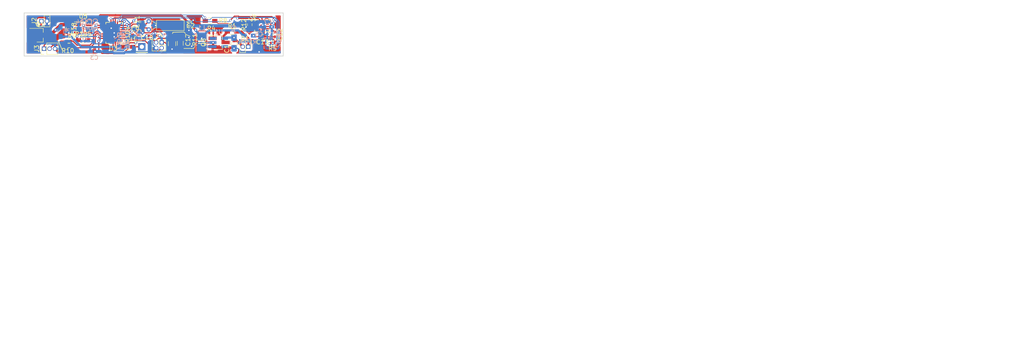
<source format=kicad_pcb>
(kicad_pcb (version 20171130) (host pcbnew 5.0.1)
  (title_block (title "Project Title"))
  (layers (0 F.Cu signal) (31 B.Cu signal) (34 B.Paste user) (35 F.Paste user) (36 B.SilkS user) (37 F.SilkS user) (38 B.Mask user) (39 F.Mask user) (44 Edge.Cuts user))
  (net 0 "")
  (net 1 "Net-(U3-Pad2)")
  (net 2 /SBWTCK)
  (net 3 /SBWTDIO)
  (net 4 /+VBAT)
  (net 5 GND)
  (net 6 "Net-(C10-Pad1)")
  (net 7 "Net-(C11-Pad1)")
  (net 8 /SCL)
  (net 9 /SDA)
  (net 10 "Net-(R8-Pad2)")
  (net 11 /BOOT_EN)
  (net 12 /LED_EN)
  (net 13 "Net-(U3-Pad14)")
  (net 14 "Net-(U3-Pad15)")
  (net 15 "Net-(R9-Pad2)")
  (net 16 "Net-(R10-Pad2)")
  (net 17 "Net-(C14-Pad2)")
  (net 18 "Net-(U3-Pad19)")
  (net 19 "Net-(U3-Pad20)")
  (net 20 /CAP)
  (net 21 /+VAUX)
  (net 22 "Net-(R5-Pad1)")
  (net 23 "Net-(U2-Pad3)")
  (net 24 "Net-(U2-Pad11)")
  (net 25 "Net-(U2-Pad12)")
  (net 26 "Net-(J2-Pad1)")
  (net 27 "Net-(R12-Pad2)")
  (net 28 "Net-(U4-Pad2)")
  (net 29 "Net-(U4-Pad3)")
  (net 30 /GYRO_RDY)
  (net 31 "Net-(U4-Pad9)")
  (net 32 "Net-(U4-Pad10)")
  (net 33 "Net-(U4-Pad11)")
  (net 34 "Net-(Q3-Pad3)")
  (net 35 "Net-(Q3-Pad1)")
  (net 36 "Net-(U1-Pad5)")
  (net 37 /+5V)
  (net 38 "Net-(U1-Pad3)")
  (net 39 "Net-(L1-Pad2)")
  (net 40 "Net-(J3-Pad2)")
  (net 41 "Net-(J3-Pad1)")
  (net 42 "Net-(D1-Pad1)")
  (net 43 "Net-(J1-Pad1)")
  (net 44 "Net-(C18-Pad1)")
  (net 45 "Net-(U5-Pad5)")
  (net 46 "Net-(C104-Pad1)")
  (net 47 /+VAUX_F)
  (module Capacitors_SMD:C_0402 (layer F.Cu) (at 52.45 54.04 270)
    (fp_text reference C10 (at 1.7 -1) (layer F.SilkS))
    (fp_text value 10pF)
    (pad 1 smd rect (at -0.55 0 270) (size 0.6 0.5) (layers F.Cu F.Paste F.Mask) (net 6 "Net-(C10-Pad1)"))
    (pad 2 smd rect (at 0.55 0 270) (size 0.6 0.5) (layers F.Cu F.Paste F.Mask) (net 5 GND))
  )
  (module Capacitors_SMD:C_0603_HandSoldering (layer B.Cu) (at 47.91 57.88 180)
    (fp_text reference C20 (at 0 1.25 180) (layer B.SilkS) (effects (justify mirror)))
    (fp_text value 4.7uF)
    (pad 1 smd rect (at -0.95 0 180) (size 1.2 0.75) (layers B.Cu B.Paste B.Mask) (net 4 /+VBAT))
    (pad 2 smd rect (at 0.95 0 180) (size 1.2 0.75) (layers B.Cu B.Paste B.Mask) (net 5 GND))
  )
  (module Capacitors_SMD:C_0603_HandSoldering (layer B.Cu) (at 47.91 56.42 180)
    (fp_text reference C19 (at 0 1.25 180) (layer B.SilkS) (effects (justify mirror)))
    (fp_text value 4.7uF)
    (pad 2 smd rect (at 0.95 0 180) (size 1.2 0.75) (layers B.Cu B.Paste B.Mask) (net 5 GND))
    (pad 1 smd rect (at -0.95 0 180) (size 1.2 0.75) (layers B.Cu B.Paste B.Mask) (net 4 /+VBAT))
  )
  (module Capacitors_SMD:C_0603_HandSoldering (layer F.Cu) (at 35.32 53.66 270)
    (fp_text reference C18 (at 0 -1.25 270) (layer F.SilkS))
    (fp_text value 4.7uF)
    (pad 2 smd rect (at 0.95 0 270) (size 1.2 0.75) (layers F.Cu F.Paste F.Mask) (net 5 GND))
    (pad 1 smd rect (at -0.95 0 270) (size 1.2 0.75) (layers F.Cu F.Paste F.Mask) (net 44 "Net-(C18-Pad1)"))
  )
  (module Capacitors_SMD:C_0805_HandSoldering (layer B.Cu) (at 38.86 53.87 180)
    (fp_text reference C104 (at 0 1.75 180) (layer B.SilkS) (effects (justify mirror)))
    (fp_text value "1000pF 5%")
    (pad 2 smd rect (at 1.25 0 180) (size 1.5 1.25) (layers B.Cu B.Paste B.Mask) (net 5 GND))
    (pad 1 smd rect (at -1.25 0 180) (size 1.5 1.25) (layers B.Cu B.Paste B.Mask) (net 46 "Net-(C104-Pad1)"))
  )
  (module Resistors_SMD:R_0603_HandSoldering (layer F.Cu) (at 38.67 56.31)
    (fp_text reference R105 (at 0 -1.45) (layer F.SilkS))
    (fp_text value 47k)
    (pad 2 smd rect (at 1.1 0) (size 1.2 0.9) (layers F.Cu F.Paste F.Mask) (net 5 GND))
    (pad 1 smd rect (at -1.1 0) (size 1.2 0.9) (layers F.Cu F.Paste F.Mask) (net 11 /BOOT_EN))
  )
  (module TO_SOT_Packages_SMD:SOT-23-6_Handsoldering (layer F.Cu) (at 38.67 53.68)
    (fp_text reference U5 (at 0 -2.9) (layer F.SilkS))
    (fp_text value TPS22917DBVR)
    (pad 5 smd rect (at 1.35 0) (size 1.56 0.65) (layers F.Cu F.Paste F.Mask) (net 45 "Net-(U5-Pad5)"))
    (pad 6 smd rect (at 1.35 -0.95) (size 1.56 0.65) (layers F.Cu F.Paste F.Mask) (net 21 /+VAUX))
    (pad 4 smd rect (at 1.35 0.95) (size 1.56 0.65) (layers F.Cu F.Paste F.Mask) (net 46 "Net-(C104-Pad1)"))
    (pad 3 smd rect (at -1.35 0.95) (size 1.56 0.65) (layers F.Cu F.Paste F.Mask) (net 11 /BOOT_EN))
    (pad 2 smd rect (at -1.35 0) (size 1.56 0.65) (layers F.Cu F.Paste F.Mask) (net 5 GND))
    (pad 1 smd rect (at -1.35 -0.95) (size 1.56 0.65) (layers F.Cu F.Paste F.Mask) (net 44 "Net-(C18-Pad1)"))
  )
  (module TO_SOT_Packages_SMD:SOT-23_Handsoldering (layer F.Cu) (at 28.66 55.17)
    (fp_text reference Q1 (at 0 -2.5) (layer F.SilkS))
    (fp_text value DMP3099L-7)
    (pad 3 smd rect (at 1.5 0) (size 1.9 0.8) (layers F.Cu F.Paste F.Mask) (net 44 "Net-(C18-Pad1)"))
    (pad 2 smd rect (at -1.5 0.95) (size 1.9 0.8) (layers F.Cu F.Paste F.Mask) (net 26 "Net-(J2-Pad1)"))
    (pad 1 smd rect (at -1.5 -0.95) (size 1.9 0.8) (layers F.Cu F.Paste F.Mask) (net 5 GND))
  )
  (module Resistors_SMD:R_0603_HandSoldering (layer B.Cu) (at 77.02 55.26)
    (fp_text reference R103 (at 0 1.45) (layer B.SilkS) (effects (justify mirror)))
    (fp_text value 33)
    (pad 1 smd rect (at -1.1 0) (size 1.2 0.9) (layers B.Cu B.Paste B.Mask) (net 21 /+VAUX))
    (pad 2 smd rect (at 1.1 0) (size 1.2 0.9) (layers B.Cu B.Paste B.Mask) (net 47 /+VAUX_F))
  )
  (module Resistors_SMD:R_0603_HandSoldering (layer F.Cu) (at 49.04 57.85)
    (fp_text reference R104 (at -0.1 -2.82 90) (layer F.SilkS))
    (fp_text value 33)
    (pad 2 smd rect (at 1.1 0) (size 1.2 0.9) (layers F.Cu F.Paste F.Mask) (net 43 "Net-(J1-Pad1)"))
    (pad 1 smd rect (at -1.1 0) (size 1.2 0.9) (layers F.Cu F.Paste F.Mask) (net 20 /CAP))
  )
  (module Capacitors_SMD:C_0402 (layer B.Cu) (at 39.854053 55.981676 90)
    (fp_text reference C16 (at 3.331676 1.665947 90) (layer B.SilkS) (effects (justify mirror)))
    (fp_text value 0.33uF)
    (pad 2 smd rect (at 0.55 0 90) (size 0.6 0.5) (layers B.Cu B.Paste B.Mask) (net 17 "Net-(C14-Pad2)"))
    (pad 1 smd rect (at -0.55 0 90) (size 0.6 0.5) (layers B.Cu B.Paste B.Mask) (net 5 GND))
  )
  (module Capacitors_SMD:C_0402 (layer B.Cu) (at 39.054053 55.981676 90)
    (fp_text reference C15 (at 3.331676 1.115947 90) (layer B.SilkS) (effects (justify mirror)))
    (fp_text value 0.33uF)
    (pad 1 smd rect (at -0.55 0 90) (size 0.6 0.5) (layers B.Cu B.Paste B.Mask) (net 5 GND))
    (pad 2 smd rect (at 0.55 0 90) (size 0.6 0.5) (layers B.Cu B.Paste B.Mask) (net 17 "Net-(C14-Pad2)"))
  )
  (module Capacitors_SMD:C_0402 (layer B.Cu) (at 38.22 56 90)
    (fp_text reference C14 (at 3.35 0.6 90) (layer B.SilkS) (effects (justify mirror)))
    (fp_text value 0.33uF)
    (pad 2 smd rect (at 0.55 0 90) (size 0.6 0.5) (layers B.Cu B.Paste B.Mask) (net 17 "Net-(C14-Pad2)"))
    (pad 1 smd rect (at -0.55 0 90) (size 0.6 0.5) (layers B.Cu B.Paste B.Mask) (net 5 GND))
  )
  (module Capacitors_SMD:C_0402 (layer F.Cu) (at 80.2 55.49 180)
    (fp_text reference C13 (at 0 -1.27 180) (layer F.SilkS))
    (fp_text value 100nF)
    (pad 2 smd rect (at 0.55 0 180) (size 0.6 0.5) (layers F.Cu F.Paste F.Mask) (net 47 /+VAUX_F))
    (pad 1 smd rect (at -0.55 0 180) (size 0.6 0.5) (layers F.Cu F.Paste F.Mask) (net 5 GND))
  )
  (module Capacitors_SMD:C_0402 (layer F.Cu) (at 83.05 54.99 90)
    (fp_text reference C12 (at 0 1.25 90) (layer F.SilkS))
    (fp_text value 100nF)
    (pad 1 smd rect (at -0.55 0 90) (size 0.6 0.5) (layers F.Cu F.Paste F.Mask) (net 5 GND))
    (pad 2 smd rect (at 0.55 0 90) (size 0.6 0.5) (layers F.Cu F.Paste F.Mask) (net 47 /+VAUX_F))
  )
  (module Capacitors_SMD:C_0402 (layer F.Cu) (at 52.45 52.04 90)
    (fp_text reference C11 (at 0 -1.27 90) (layer F.SilkS))
    (fp_text value 10pF)
    (pad 2 smd rect (at 0.55 0 90) (size 0.6 0.5) (layers F.Cu F.Paste F.Mask) (net 5 GND))
    (pad 1 smd rect (at -0.55 0 90) (size 0.6 0.5) (layers F.Cu F.Paste F.Mask) (net 7 "Net-(C11-Pad1)"))
  )
  (module Capacitors_SMD:C_0402 (layer B.Cu) (at 81.85 54.14)
    (fp_text reference C6 (at 2.15 0.6 90) (layer B.SilkS) (effects (justify mirror)))
    (fp_text value 100nF)
    (pad 2 smd rect (at 0.55 0) (size 0.6 0.5) (layers B.Cu B.Paste B.Mask) (net 47 /+VAUX_F))
    (pad 1 smd rect (at -0.55 0) (size 0.6 0.5) (layers B.Cu B.Paste B.Mask) (net 5 GND))
  )
  (module Capacitors_SMD:C_0402 (layer B.Cu) (at 81.85 54.94)
    (fp_text reference C5 (at -2.5 0) (layer B.SilkS) (effects (justify mirror)))
    (fp_text value 100nF)
    (pad 1 smd rect (at -0.55 0) (size 0.6 0.5) (layers B.Cu B.Paste B.Mask) (net 5 GND))
    (pad 2 smd rect (at 0.55 0) (size 0.6 0.5) (layers B.Cu B.Paste B.Mask) (net 47 /+VAUX_F))
  )
  (module Capacitors_SMD:C_0402 (layer F.Cu) (at 50.73 55.05)
    (fp_text reference C9 (at 0 -1.27) (layer F.SilkS))
    (fp_text value 100nF)
    (pad 2 smd rect (at 0.55 0) (size 0.6 0.5) (layers F.Cu F.Paste F.Mask) (net 5 GND))
    (pad 1 smd rect (at -0.55 0) (size 0.6 0.5) (layers F.Cu F.Paste F.Mask) (net 4 /+VBAT))
  )
  (module Capacitors_SMD:C_0603_HandSoldering (layer F.Cu) (at 73.65 57.14 90)
    (fp_text reference C1 (at -1.2 -1.7 90) (layer F.SilkS))
    (fp_text value 4.7uF)
    (pad 2 smd rect (at 0.95 0 90) (size 1.2 0.75) (layers F.Cu F.Paste F.Mask) (net 37 /+5V))
    (pad 1 smd rect (at -0.95 0 90) (size 1.2 0.75) (layers F.Cu F.Paste F.Mask) (net 5 GND))
  )
  (module Capacitors_SMD:C_0603_HandSoldering (layer F.Cu) (at 66.13 56.81 270)
    (fp_text reference C2 (at -3.8 2.6 180) (layer F.SilkS))
    (fp_text value 4.7uF)
    (pad 1 smd rect (at -0.95 0 270) (size 1.2 0.75) (layers F.Cu F.Paste F.Mask) (net 21 /+VAUX))
    (pad 2 smd rect (at 0.95 0 270) (size 1.2 0.75) (layers F.Cu F.Paste F.Mask) (net 5 GND))
  )
  (module Capacitors_SMD:C_0603_HandSoldering (layer B.Cu) (at 81.4 53.24 180)
    (fp_text reference C7 (at 0 1.25 180) (layer B.SilkS) (effects (justify mirror)))
    (fp_text value 4.7uF)
    (pad 2 smd rect (at 0.95 0 180) (size 1.2 0.75) (layers B.Cu B.Paste B.Mask) (net 5 GND))
    (pad 1 smd rect (at -0.95 0 180) (size 1.2 0.75) (layers B.Cu B.Paste B.Mask) (net 47 /+VAUX_F))
  )
  (module Capacitors_SMD:C_0603_HandSoldering (layer B.Cu) (at 50.45 54.64 90)
    (fp_text reference C8 (at 0 1.25 90) (layer B.SilkS) (effects (justify mirror)))
    (fp_text value 4.7uF)
    (pad 1 smd rect (at -0.95 0 90) (size 1.2 0.75) (layers B.Cu B.Paste B.Mask) (net 4 /+VBAT))
    (pad 2 smd rect (at 0.95 0 90) (size 1.2 0.75) (layers B.Cu B.Paste B.Mask) (net 5 GND))
  )
  (module Capacitors_SMD:C_0603_HandSoldering (layer B.Cu) (at 41.26 58.94)
    (fp_text reference C3 (at -0.022111 1.407516) (layer B.SilkS) (effects (justify mirror)))
    (fp_text value 4.7uF)
    (pad 2 smd rect (at 0.95 0) (size 1.2 0.75) (layers B.Cu B.Paste B.Mask) (net 5 GND))
    (pad 1 smd rect (at -0.95 0) (size 1.2 0.75) (layers B.Cu B.Paste B.Mask) (net 4 /+VBAT))
  )
  (module Capacitors_SMD:C_0805_HandSoldering (layer F.Cu) (at 59.25 57.14 270)
    (fp_text reference C17 (at -0.85 -3.7 270) (layer F.SilkS))
    (fp_text value "1000pF 5%")
    (pad 1 smd rect (at -1.25 0 270) (size 1.5 1.25) (layers F.Cu F.Paste F.Mask) (net 3 /SBWTDIO))
    (pad 2 smd rect (at 1.25 0 270) (size 1.5 1.25) (layers F.Cu F.Paste F.Mask) (net 5 GND))
  )
  (module Capacitors_SMD:C_0805_HandSoldering (layer B.Cu) (at 73.607516 56.962111 270)
    (fp_text reference C4 (at -3.222111 0.007516 270) (layer B.SilkS) (effects (justify mirror)))
    (fp_text value 22uF)
    (pad 2 smd rect (at 1.25 0 270) (size 1.5 1.25) (layers B.Cu B.Paste B.Mask) (net 5 GND))
    (pad 1 smd rect (at -1.25 0 270) (size 1.5 1.25) (layers B.Cu B.Paste B.Mask) (net 37 /+5V))
  )
  (module Crystals:Crystal_DS26_d2.0mm_l6.0mm_Horizontal (layer F.Cu) (at 53.85 53.84 90)
    (fp_text reference Y1 (at 1.3 9.4 270) (layer F.SilkS))
    (fp_text value 32.786kHz)
    (pad 2 thru_hole circle (at 1.9 0 90) (size 1 1) (drill 0.5) (layers *.Cu *.Mask) (net 7 "Net-(C11-Pad1)"))
    (pad 1 thru_hole circle (at 0 0 90) (size 1 1) (drill 0.5) (layers *.Cu *.Mask) (net 6 "Net-(C10-Pad1)"))
  )
  (module Inductors:Inductor_Taiyo-Yuden_NR-24xx_HandSoldering (layer B.Cu) (at 66.107516 56.762111 270)
    (fp_text reference L1 (at -3.272111 0.057516) (layer B.SilkS) (effects (justify mirror)))
    (fp_text value 4.7uH)
    (pad 2 smd rect (at 1.2875 0 270) (size 1.825 2.2) (layers B.Cu B.Paste B.Mask) (net 39 "Net-(L1-Pad2)"))
    (pad 1 smd rect (at -1.2875 0 270) (size 1.825 2.2) (layers B.Cu B.Paste B.Mask) (net 21 /+VAUX))
  )
  (module Resistors_SMD:R_0402 (layer F.Cu) (at 82.55 56.99)
    (fp_text reference R5 (at 0 1.25) (layer F.SilkS))
    (fp_text value 4.7k)
    (pad 2 smd rect (at 0.45 0) (size 0.4 0.6) (layers F.Cu F.Paste F.Mask) (net 47 /+VAUX_F))
    (pad 1 smd rect (at -0.45 0) (size 0.4 0.6) (layers F.Cu F.Paste F.Mask) (net 22 "Net-(R5-Pad1)"))
  )
  (module Resistors_SMD:R_0402 (layer F.Cu) (at 35.36 57.52)
    (fp_text reference R10 (at -0.25 1.25) (layer F.SilkS))
    (fp_text value 470)
    (pad 1 smd rect (at -0.45 0) (size 0.4 0.6) (layers F.Cu F.Paste F.Mask) (net 40 "Net-(J3-Pad2)"))
    (pad 2 smd rect (at 0.45 0) (size 0.4 0.6) (layers F.Cu F.Paste F.Mask) (net 16 "Net-(R10-Pad2)"))
  )
  (module Resistors_SMD:R_0402 (layer F.Cu) (at 77.25 52.74 90)
    (fp_text reference R12 (at 0 -1.35 90) (layer F.SilkS))
    (fp_text value 4.7k)
    (pad 2 smd rect (at 0.45 0 90) (size 0.4 0.6) (layers F.Cu F.Paste F.Mask) (net 27 "Net-(R12-Pad2)"))
    (pad 1 smd rect (at -0.45 0 90) (size 0.4 0.6) (layers F.Cu F.Paste F.Mask) (net 5 GND))
  )
  (module Resistors_SMD:R_0402 (layer F.Cu) (at 68.35 54.64 180)
    (fp_text reference R4 (at 0 1.05 180) (layer F.SilkS))
    (fp_text value 470)
    (pad 1 smd rect (at -0.45 0 180) (size 0.4 0.6) (layers F.Cu F.Paste F.Mask) (net 35 "Net-(Q3-Pad1)"))
    (pad 2 smd rect (at 0.45 0 180) (size 0.4 0.6) (layers F.Cu F.Paste F.Mask) (net 12 /LED_EN))
  )
  (module Resistors_SMD:R_0402 (layer B.Cu) (at 48.94 54.12 90)
    (fp_text reference R6 (at -3.3 -0.05 90) (layer B.SilkS) (effects (justify mirror)))
    (fp_text value 4.7k)
    (pad 2 smd rect (at 0.45 0 90) (size 0.4 0.6) (layers B.Cu B.Paste B.Mask) (net 8 /SCL))
    (pad 1 smd rect (at -0.45 0 90) (size 0.4 0.6) (layers B.Cu B.Paste B.Mask) (net 4 /+VBAT))
  )
  (module Resistors_SMD:R_0402 (layer F.Cu) (at 35.37 56.53)
    (fp_text reference R9 (at 0.7 -1.2) (layer F.SilkS))
    (fp_text value 470)
    (pad 1 smd rect (at -0.45 0) (size 0.4 0.6) (layers F.Cu F.Paste F.Mask) (net 41 "Net-(J3-Pad1)"))
    (pad 2 smd rect (at 0.45 0) (size 0.4 0.6) (layers F.Cu F.Paste F.Mask) (net 15 "Net-(R9-Pad2)"))
  )
  (module Resistors_SMD:R_0402 (layer B.Cu) (at 47.94 54.12 270)
    (fp_text reference R7 (at 3.35 0.95 270) (layer B.SilkS) (effects (justify mirror)))
    (fp_text value 4.7k)
    (pad 2 smd rect (at 0.45 0 270) (size 0.4 0.6) (layers B.Cu B.Paste B.Mask) (net 4 /+VBAT))
    (pad 1 smd rect (at -0.45 0 270) (size 0.4 0.6) (layers B.Cu B.Paste B.Mask) (net 9 /SDA))
  )
  (module Resistors_SMD:R_0603_HandSoldering (layer F.Cu) (at 73.15 54.34 180)
    (fp_text reference R1 (at 0 1.35 180) (layer F.SilkS))
    (fp_text value 33)
    (pad 2 smd rect (at 1.1 0 180) (size 1.2 0.9) (layers F.Cu F.Paste F.Mask) (net 34 "Net-(Q3-Pad3)"))
    (pad 1 smd rect (at -1.1 0 180) (size 1.2 0.9) (layers F.Cu F.Paste F.Mask) (net 42 "Net-(D1-Pad1)"))
  )
  (module Resistors_SMD:R_0603_HandSoldering (layer B.Cu) (at 33.44 54.38 270)
    (fp_text reference R2 (at 0.05 -1.55 270) (layer B.SilkS) (effects (justify mirror)))
    (fp_text value 33)
    (pad 1 smd rect (at -1.1 0 270) (size 1.2 0.9) (layers B.Cu B.Paste B.Mask) (net 44 "Net-(C18-Pad1)"))
    (pad 2 smd rect (at 1.1 0 270) (size 1.2 0.9) (layers B.Cu B.Paste B.Mask) (net 4 /+VBAT))
  )
  (module Resistors_SMD:R_0603_HandSoldering (layer F.Cu) (at 68.05 51.84 180)
    (fp_text reference R8 (at -3 0.05 180) (layer F.SilkS))
    (fp_text value 1k)
    (pad 1 smd rect (at -1.1 0 180) (size 1.2 0.9) (layers F.Cu F.Paste F.Mask) (net 30 /GYRO_RDY))
    (pad 2 smd rect (at 1.1 0 180) (size 1.2 0.9) (layers F.Cu F.Paste F.Mask) (net 10 "Net-(R8-Pad2)"))
  )
  (module Resistors_SMD:R_0603_HandSoldering (layer F.Cu) (at 61.15 57.04 90)
    (fp_text reference R11 (at 0.8 3.4 90) (layer F.SilkS))
    (fp_text value 47k)
    (pad 2 smd rect (at 1.1 0 90) (size 1.2 0.9) (layers F.Cu F.Paste F.Mask) (net 3 /SBWTDIO))
    (pad 1 smd rect (at -1.1 0 90) (size 1.2 0.9) (layers F.Cu F.Paste F.Mask) (net 4 /+VBAT))
  )
  (module Socket_Strips:Socket_Strip_Straight_1x01_Pitch2.54mm (layer F.Cu) (at 52.25 57.84)
    (fp_text reference J1 (at -2.03 -1.61) (layer F.SilkS))
    (fp_text value Conn_01x01)
    (pad 1 thru_hole rect (at 0 0) (size 1.7 1.7) (drill 1) (layers *.Cu *.Mask) (net 43 "Net-(J1-Pad1)"))
  )
  (module Socket_Strips:Socket_Strip_Straight_1x02_Pitch1.27mm (layer F.Cu) (at 29 51.9 90)
    (fp_text reference J2 (at 0 -1.695 90) (layer F.SilkS))
    (fp_text value Conn_01x02)
    (pad 1 thru_hole rect (at 0 0 90) (size 1 1) (drill 0.7) (layers *.Cu *.Mask) (net 26 "Net-(J2-Pad1)"))
    (pad 2 thru_hole oval (at 0 1.27 90) (size 1 1) (drill 0.7) (layers *.Cu *.Mask) (net 5 GND))
  )
  (module Socket_Strips:Socket_Strip_Straight_1x02_Pitch1.27mm (layer F.Cu) (at 76.9 57.84 270)
    (fp_text reference D1 (at -1.9 0.75 180) (layer F.SilkS))
    (fp_text value LED)
    (pad 2 thru_hole oval (at 0 1.27 270) (size 1 1) (drill 0.7) (layers *.Cu *.Mask) (net 37 /+5V))
    (pad 1 thru_hole rect (at 0 0 270) (size 1 1) (drill 0.7) (layers *.Cu *.Mask) (net 42 "Net-(D1-Pad1)"))
  )
  (module Socket_Strips:Socket_Strip_Straight_1x03_Pitch1.27mm (layer F.Cu) (at 29.6 58.3 90)
    (fp_text reference J3 (at 0 -1.695 90) (layer F.SilkS))
    (fp_text value Conn_01x03)
    (pad 3 thru_hole oval (at 0 2.54 90) (size 1 1) (drill 0.7) (layers *.Cu *.Mask) (net 5 GND))
    (pad 2 thru_hole oval (at 0 1.27 90) (size 1 1) (drill 0.7) (layers *.Cu *.Mask) (net 40 "Net-(J3-Pad2)"))
    (pad 1 thru_hole rect (at 0 0 90) (size 1 1) (drill 0.7) (layers *.Cu *.Mask) (net 41 "Net-(J3-Pad1)"))
  )
  (module Socket_Strips:Socket_Strip_Straight_2x02_Pitch1.27mm (layer F.Cu) (at 56.85 56.84)
    (fp_text reference J4 (at -0.635 -1.695) (layer F.SilkS))
    (fp_text value Conn_02x02_Odd_Even)
    (pad 4 thru_hole oval (at -1.27 1.27) (size 1 1) (drill 0.7) (layers *.Cu *.Mask) (net 5 GND))
    (pad 3 thru_hole oval (at 0 1.27) (size 1 1) (drill 0.7) (layers *.Cu *.Mask) (net 2 /SBWTCK))
    (pad 2 thru_hole oval (at -1.27 0) (size 1 1) (drill 0.7) (layers *.Cu *.Mask) (net 3 /SBWTDIO))
    (pad 1 thru_hole rect (at 0 0) (size 1 1) (drill 0.7) (layers *.Cu *.Mask) (net 4 /+VBAT))
  )
  (module TO_SOT_Packages_SMD:SOT-23-5_HandSoldering (layer B.Cu) (at 70.107516 56.862111)
    (fp_text reference U1 (at -0.057516 -2.472111) (layer B.SilkS) (effects (justify mirror)))
    (fp_text value TPS613222ADBVR)
    (pad 5 smd rect (at 1.35 0.95) (size 1.56 0.65) (layers B.Cu B.Paste B.Mask) (net 36 "Net-(U1-Pad5)"))
    (pad 4 smd rect (at 1.35 -0.95) (size 1.56 0.65) (layers B.Cu B.Paste B.Mask) (net 37 /+5V))
    (pad 3 smd rect (at -1.35 -0.95) (size 1.56 0.65) (layers B.Cu B.Paste B.Mask) (net 38 "Net-(U1-Pad3)"))
    (pad 2 smd rect (at -1.35 0) (size 1.56 0.65) (layers B.Cu B.Paste B.Mask) (net 5 GND))
    (pad 1 smd rect (at -1.35 0.95) (size 1.56 0.65) (layers B.Cu B.Paste B.Mask) (net 39 "Net-(L1-Pad2)"))
  )
  (module TO_SOT_Packages_SMD:SOT-23_Handsoldering (layer F.Cu) (at 70.15 56.84)
    (fp_text reference Q3 (at -3.6 0 90) (layer F.SilkS))
    (fp_text value BC847BLT1G)
    (pad 3 smd rect (at 1.5 0) (size 1.9 0.8) (layers F.Cu F.Paste F.Mask) (net 34 "Net-(Q3-Pad3)"))
    (pad 2 smd rect (at -1.5 0.95) (size 1.9 0.8) (layers F.Cu F.Paste F.Mask) (net 5 GND))
    (pad 1 smd rect (at -1.5 -0.95) (size 1.9 0.8) (layers F.Cu F.Paste F.Mask) (net 35 "Net-(Q3-Pad1)"))
  )
  (module controller:Bosch_LGA14 (layer F.Cu) (at 80.1 52.89)
    (fp_text reference U4 (at -2.2 -1.8 45) (layer F.SilkS))
    (fp_text value BMG250)
    (pad 1 smd rect (at -1.2625 -0.75) (size 0.675 0.25) (layers F.Cu F.Paste F.Mask) (net 27 "Net-(R12-Pad2)"))
    (pad 2 smd rect (at -1.2625 -0.25) (size 0.675 0.25) (layers F.Cu F.Paste F.Mask) (net 28 "Net-(U4-Pad2)"))
    (pad 3 smd rect (at -1.2625 0.25) (size 0.675 0.25) (layers F.Cu F.Paste F.Mask) (net 29 "Net-(U4-Pad3)"))
    (pad 4 smd rect (at -1.2625 0.75) (size 0.675 0.25) (layers F.Cu F.Paste F.Mask) (net 30 /GYRO_RDY))
    (pad 5 smd rect (at -0.5 1.0125) (size 0.25 0.675) (layers F.Cu F.Paste F.Mask) (net 47 /+VAUX_F))
    (pad 6 smd rect (at 0 1.0125) (size 0.25 0.675) (layers F.Cu F.Paste F.Mask) (net 5 GND))
    (pad 7 smd rect (at 0.5 1.0125) (size 0.25 0.675) (layers F.Cu F.Paste F.Mask) (net 5 GND))
    (pad 8 smd rect (at 1.2625 0.75) (size 0.675 0.25) (layers F.Cu F.Paste F.Mask) (net 47 /+VAUX_F))
    (pad 9 smd rect (at 1.2625 0.25) (size 0.675 0.25) (layers F.Cu F.Paste F.Mask) (net 31 "Net-(U4-Pad9)"))
    (pad 10 smd rect (at 1.2625 -0.25) (size 0.675 0.25) (layers F.Cu F.Paste F.Mask) (net 32 "Net-(U4-Pad10)"))
    (pad 11 smd rect (at 1.2625 -0.75) (size 0.675 0.25) (layers F.Cu F.Paste F.Mask) (net 33 "Net-(U4-Pad11)"))
    (pad 12 smd rect (at 0.5 -1.0125) (size 0.25 0.675) (layers F.Cu F.Paste F.Mask) (net 47 /+VAUX_F))
    (pad 13 smd rect (at 0 -1.0125) (size 0.25 0.675) (layers F.Cu F.Paste F.Mask) (net 8 /SCL))
    (pad 14 smd rect (at -0.5 -1.0125) (size 0.25 0.675) (layers F.Cu F.Paste F.Mask) (net 9 /SDA))
  )
  (module controller:ST_LGA12 (layer B.Cu) (at 81.75 57.04 90)
    (fp_text reference U2 (at 0 2.15 90) (layer B.SilkS) (effects (justify mirror)))
    (fp_text value LIS2DE12TR)
    (pad 1 smd rect (at -0.8 0.75 90) (size 0.4 0.3) (layers B.Cu B.Paste B.Mask) (net 8 /SCL))
    (pad 2 smd rect (at -0.8 0.25 90) (size 0.4 0.3) (layers B.Cu B.Paste B.Mask) (net 22 "Net-(R5-Pad1)"))
    (pad 3 smd rect (at -0.8 -0.25 90) (size 0.4 0.3) (layers B.Cu B.Paste B.Mask) (net 23 "Net-(U2-Pad3)"))
    (pad 4 smd rect (at -0.8 -0.75 90) (size 0.4 0.3) (layers B.Cu B.Paste B.Mask) (net 9 /SDA))
    (pad 5 smd rect (at -0.25 -0.8 90) (size 0.3 0.4) (layers B.Cu B.Paste B.Mask) (net 5 GND))
    (pad 6 smd rect (at 0.25 -0.8 90) (size 0.3 0.4) (layers B.Cu B.Paste B.Mask) (net 5 GND))
    (pad 7 smd rect (at 0.8 -0.75 90) (size 0.4 0.3) (layers B.Cu B.Paste B.Mask) (net 5 GND))
    (pad 8 smd rect (at 0.8 -0.25 90) (size 0.4 0.3) (layers B.Cu B.Paste B.Mask) (net 5 GND))
    (pad 9 smd rect (at 0.8 0.25 90) (size 0.4 0.3) (layers B.Cu B.Paste B.Mask) (net 47 /+VAUX_F))
    (pad 10 smd rect (at 0.8 0.75 90) (size 0.4 0.3) (layers B.Cu B.Paste B.Mask) (net 47 /+VAUX_F))
    (pad 11 smd rect (at 0.25 0.8 90) (size 0.3 0.4) (layers B.Cu B.Paste B.Mask) (net 24 "Net-(U2-Pad11)"))
    (pad 12 smd rect (at -0.25 0.8 90) (size 0.3 0.4) (layers B.Cu B.Paste B.Mask) (net 25 "Net-(U2-Pad12)"))
  )
  (module controller:TI_MSP430_VQFN20 (layer F.Cu) (at 45.86 54.64 180)
    (fp_text reference U3 (at 0.25 -3.6 180) (layer F.SilkS))
    (fp_text value MSP430FR2512IRHLR)
    (pad 2 smd rect (at -1.65 -1.75 180) (size 0.6 0.24) (layers F.Cu F.Paste F.Mask) (net 1 "Net-(U3-Pad2)"))
    (pad 3 smd rect (at -1.65 -1.25 180) (size 0.6 0.24) (layers F.Cu F.Paste F.Mask) (net 2 /SBWTCK))
    (pad 4 smd rect (at -1.65 -0.75 180) (size 0.6 0.24) (layers F.Cu F.Paste F.Mask) (net 3 /SBWTDIO))
    (pad 5 smd rect (at -1.65 -0.25 180) (size 0.6 0.24) (layers F.Cu F.Paste F.Mask) (net 4 /+VBAT))
    (pad 6 smd rect (at -1.65 0.25 180) (size 0.6 0.24) (layers F.Cu F.Paste F.Mask) (net 5 GND))
    (pad 7 smd rect (at -1.65 0.75 180) (size 0.6 0.24) (layers F.Cu F.Paste F.Mask) (net 6 "Net-(C10-Pad1)"))
    (pad 8 smd rect (at -1.65 1.25 180) (size 0.6 0.24) (layers F.Cu F.Paste F.Mask) (net 7 "Net-(C11-Pad1)"))
    (pad 9 smd rect (at -1.65 1.75 180) (size 0.6 0.24) (layers F.Cu F.Paste F.Mask) (net 8 /SCL))
    (pad 10 smd rect (at -0.75 2.15 180) (size 0.24 0.6) (layers F.Cu F.Paste F.Mask) (net 9 /SDA))
    (pad 21 smd rect (at -0.25 2.15 180) (size 0.24 0.6) (layers F.Cu F.Paste F.Mask) (net 5 GND))
    (pad 21 smd rect (at 0.25 2.15 180) (size 0.24 0.6) (layers F.Cu F.Paste F.Mask) (net 5 GND))
    (pad 11 smd rect (at 0.75 2.15 180) (size 0.24 0.6) (layers F.Cu F.Paste F.Mask) (net 10 "Net-(R8-Pad2)"))
    (pad 12 smd rect (at 1.65 1.75 180) (size 0.6 0.24) (layers F.Cu F.Paste F.Mask) (net 11 /BOOT_EN))
    (pad 13 smd rect (at 1.65 1.25 180) (size 0.6 0.24) (layers F.Cu F.Paste F.Mask) (net 12 /LED_EN))
    (pad 14 smd rect (at 1.65 0.75 180) (size 0.6 0.24) (layers F.Cu F.Paste F.Mask) (net 13 "Net-(U3-Pad14)"))
    (pad 15 smd rect (at 1.65 0.25 180) (size 0.6 0.24) (layers F.Cu F.Paste F.Mask) (net 14 "Net-(U3-Pad15)"))
    (pad 16 smd rect (at 1.65 -0.25 180) (size 0.6 0.24) (layers F.Cu F.Paste F.Mask) (net 15 "Net-(R9-Pad2)"))
    (pad 17 smd rect (at 1.65 -0.75 180) (size 0.6 0.24) (layers F.Cu F.Paste F.Mask) (net 16 "Net-(R10-Pad2)"))
    (pad 18 smd rect (at 1.65 -1.25 180) (size 0.6 0.24) (layers F.Cu F.Paste F.Mask) (net 17 "Net-(C14-Pad2)"))
    (pad 19 smd rect (at 1.65 -1.75 180) (size 0.6 0.24) (layers F.Cu F.Paste F.Mask) (net 18 "Net-(U3-Pad19)"))
    (pad 20 smd rect (at 0.75 -2.15 180) (size 0.24 0.6) (layers F.Cu F.Paste F.Mask) (net 19 "Net-(U3-Pad20)"))
    (pad 21 smd rect (at 0.25 -2.15 180) (size 0.24 0.6) (layers F.Cu F.Paste F.Mask) (net 5 GND))
    (pad 21 smd rect (at -0.25 -2.15 180) (size 0.24 0.6) (layers F.Cu F.Paste F.Mask) (net 5 GND))
    (pad 1 smd rect (at -0.75 -2.15 180) (size 0.24 0.6) (layers F.Cu F.Paste F.Mask) (net 20 /CAP))
    (pad 21 smd rect (at 0 0 180) (size 2.05 3.05) (layers F.Cu F.Paste F.Mask) (net 5 GND))
    (pad 21 smd rect (at 0 1.6875 180) (size 0.74 0.325) (layers F.Cu F.Paste F.Mask) (net 5 GND))
    (pad 21 smd rect (at 0 -1.6875 180) (size 0.74 0.325) (layers F.Cu F.Paste F.Mask) (net 5 GND))
  )
  (gr_line (start 83.25 54.79) (end 82.95 54.29) (layer B.SilkS) (width 0.1524))
  (gr_line (start 46.61 55.54) (end 46.66 54.59) (layer B.SilkS) (width 0.1524))
  (gr_line (start 45.91 55.99) (end 46.61 55.54) (layer B.SilkS) (width 0.1524))
  (gr_line (start 47.56 54.64) (end 47.56 55.94) (layer B.SilkS) (width 0.1524))
  (gr_line (start 43.25 54.64) (end 41.6 55.34) (layer B.SilkS) (width 0.1524))
  (gr_line (start 40.17 54.15) (end 39.07 54.95) (layer B.SilkS) (width 0.1524))
  (gr_line (start 38.77 54.15) (end 38.27 54.95) (layer B.SilkS) (width 0.1524))
  (gr_line (start 33.8 58.55) (end 32.95 56.6) (layer F.SilkS) (width 0.1524))
  (gr_line (start 64.25 58.24) (end 62 58.24) (layer F.SilkS) (width 0.1524))
  (gr_line (start 64.55 57.74) (end 64.25 58.24) (layer F.SilkS) (width 0.1524))
  (gr_line (start 59.45 54.49) (end 59.35 54.79) (layer F.SilkS) (width 0.1524))
  (gr_line (start 62 54.44) (end 59.45 54.49) (layer F.SilkS) (width 0.1524))
  (gr_line (start 62.35 54.74) (end 62 54.44) (layer F.SilkS) (width 0.1524))
  (gr_line (start 25 60) (end 25 50) (layer Edge.Cuts) (width 0.1524))
  (gr_line (start 85 60) (end 25 60) (layer Edge.Cuts) (width 0.1524))
  (gr_line (start 85 50) (end 85 60) (layer Edge.Cuts) (width 0.1524))
  (gr_line (start 25 50) (end 85 50) (layer Edge.Cuts) (width 0.1524))
  (segment (start 56.07 58.89) (end 56.350001 58.609999) (width 0.254) (layer F.Cu) (net 2))
  (segment (start 50.477192 56.292808) (end 51.187673 56.292808) (width 0.254) (layer F.Cu) (net 2))
  (segment (start 56.350001 58.609999) (end 56.85 58.11) (width 0.254) (layer F.Cu) (net 2))
  (segment (start 54.800599 58.484113) (end 55.206486 58.89) (width 0.254) (layer F.Cu) (net 2))
  (segment (start 51.187673 56.292808) (end 51.334865 56.44) (width 0.254) (layer F.Cu) (net 2))
  (segment (start 55.206486 58.89) (end 56.07 58.89) (width 0.254) (layer F.Cu) (net 2))
  (segment (start 54.800599 58.254784) (end 54.800599 58.484113) (width 0.254) (layer F.Cu) (net 2))
  (segment (start 52.985815 56.44) (end 54.800599 58.254784) (width 0.254) (layer F.Cu) (net 2))
  (segment (start 51.334865 56.44) (end 52.985815 56.44) (width 0.254) (layer F.Cu) (net 2))
  (segment (start 49.142808 56.292808) (end 50.477192 56.292808) (width 0.254) (layer F.Cu) (net 2))
  (segment (start 47.51 55.89) (end 48.74 55.89) (width 0.254) (layer F.Cu) (net 2))
  (segment (start 48.74 55.89) (end 49.142808 56.292808) (width 0.254) (layer F.Cu) (net 2))
  (segment (start 61.1 55.89) (end 61.15 55.94) (width 0.254) (layer F.Cu) (net 3))
  (segment (start 59.25 55.89) (end 61.1 55.89) (width 0.254) (layer F.Cu) (net 3))
  (segment (start 59.25 55.89) (end 56.081751 55.89) (width 0.254) (layer F.Cu) (net 3))
  (segment (start 56.081751 55.89) (end 55.58 56.391751) (width 0.254) (layer F.Cu) (net 3))
  (segment (start 55.58 56.391751) (end 55.58 56.84) (width 0.254) (layer F.Cu) (net 3))
  (segment (start 54.763411 56.023411) (end 55.080001 56.340001) (width 0.254) (layer F.Cu) (net 3))
  (segment (start 48.95475 55.39) (end 49.451147 55.886397) (width 0.254) (layer F.Cu) (net 3))
  (segment (start 47.51 55.39) (end 48.95475 55.39) (width 0.254) (layer F.Cu) (net 3))
  (segment (start 55.080001 56.340001) (end 55.58 56.84) (width 0.254) (layer F.Cu) (net 3))
  (segment (start 51.356013 55.886397) (end 51.493027 56.023411) (width 0.254) (layer F.Cu) (net 3))
  (segment (start 51.493027 56.023411) (end 54.763411 56.023411) (width 0.254) (layer F.Cu) (net 3))
  (segment (start 49.451147 55.886397) (end 51.356013 55.886397) (width 0.254) (layer F.Cu) (net 3))
  (segment (start 47.94 54.57) (end 48.94 54.57) (width 0.254) (layer B.Cu) (net 4))
  (segment (start 48.94 54.57) (end 49.04 54.57) (width 0.254) (layer B.Cu) (net 4))
  (segment (start 56.85 55.832) (end 56.297598 55.279598) (width 0.508) (layer B.Cu) (net 4))
  (segment (start 56.85 56.84) (end 56.85 55.832) (width 0.508) (layer B.Cu) (net 4))
  (segment (start 61.15 57.99) (end 61.15 58.14) (width 0.254) (layer F.Cu) (net 4))
  (segment (start 60.446 57.286) (end 61.15 57.99) (width 0.254) (layer F.Cu) (net 4))
  (segment (start 58.05 57.286) (end 60.446 57.286) (width 0.254) (layer F.Cu) (net 4))
  (segment (start 57.604 56.84) (end 58.05 57.286) (width 0.254) (layer F.Cu) (net 4))
  (segment (start 56.85 56.84) (end 57.604 56.84) (width 0.254) (layer F.Cu) (net 4))
  (via (at 56.297598 55.279598) (size 0.508) (drill 0.3302) (layers F.Cu B.Cu) (net 4))
  (segment (start 55.937796 55.279598) (end 55.938388 55.279598) (width 0.508) (layer F.Cu) (net 4))
  (segment (start 55.938388 55.279598) (end 56.297598 55.279598) (width 0.508) (layer F.Cu) (net 4))
  (segment (start 47.51 54.89) (end 48.53 54.89) (width 0.254) (layer F.Cu) (net 4))
  (segment (start 48.79 54.87) (end 47.39 54.87) (width 0.254) (layer F.Cu) (net 4))
  (segment (start 48.86 57.88) (end 48.86 56.42) (width 0.762) (layer B.Cu) (net 4))
  (segment (start 33.5 55.5) (end 33.5 55.65) (width 0.508) (layer B.Cu) (net 4))
  (segment (start 33.44 55.48) (end 35.87 55.48) (width 0.508) (layer B.Cu) (net 4))
  (segment (start 35.87 55.48) (end 38.29 57.9) (width 0.508) (layer B.Cu) (net 4))
  (segment (start 40.31 58.94) (end 40.31 57.9) (width 0.508) (layer B.Cu) (net 4))
  (segment (start 38.29 57.9) (end 40.31 57.9) (width 0.508) (layer B.Cu) (net 4))
  (segment (start 48.635 57.88) (end 48.86 57.88) (width 0.508) (layer B.Cu) (net 4))
  (segment (start 45.81401 57.9) (end 45.953599 58.039589) (width 0.508) (layer B.Cu) (net 4))
  (segment (start 40.31 57.9) (end 45.81401 57.9) (width 0.508) (layer B.Cu) (net 4))
  (segment (start 45.953599 58.580121) (end 46.034879 58.661401) (width 0.508) (layer B.Cu) (net 4))
  (segment (start 45.953599 58.039589) (end 45.953599 58.580121) (width 0.508) (layer B.Cu) (net 4))
  (segment (start 46.034879 58.661401) (end 47.853599 58.661401) (width 0.508) (layer B.Cu) (net 4))
  (segment (start 47.853599 58.661401) (end 48.635 57.88) (width 0.508) (layer B.Cu) (net 4))
  (via (at 49.477623 54.961902) (size 0.6858) (drill 0.3302) (layers F.Cu B.Cu) (net 4))
  (segment (start 48.86 55.283) (end 49.181098 54.961902) (width 0.762) (layer B.Cu) (net 4))
  (segment (start 49.134724 54.619003) (end 49.477623 54.961902) (width 0.254) (layer B.Cu) (net 4))
  (segment (start 49.085721 54.57) (end 49.134724 54.619003) (width 0.254) (layer B.Cu) (net 4))
  (segment (start 48.94 54.57) (end 49.085721 54.57) (width 0.254) (layer B.Cu) (net 4))
  (segment (start 49.181098 54.961902) (end 49.477623 54.961902) (width 0.762) (layer B.Cu) (net 4))
  (segment (start 48.86 56.42) (end 48.86 55.283) (width 0.762) (layer B.Cu) (net 4))
  (segment (start 48.881902 54.961902) (end 49.477623 54.961902) (width 0.254) (layer F.Cu) (net 4))
  (segment (start 48.79 54.87) (end 48.881902 54.961902) (width 0.254) (layer F.Cu) (net 4))
  (segment (start 50.091902 54.961902) (end 50.18 55.05) (width 0.254) (layer F.Cu) (net 4))
  (segment (start 49.477623 54.961902) (end 50.091902 54.961902) (width 0.254) (layer F.Cu) (net 4))
  (segment (start 49.167 55.59) (end 50.45 55.59) (width 0.762) (layer B.Cu) (net 4))
  (segment (start 48.86 55.283) (end 49.167 55.59) (width 0.762) (layer B.Cu) (net 4))
  (segment (start 50.45 55.59) (end 50.98 55.59) (width 0.508) (layer B.Cu) (net 4))
  (segment (start 50.98 55.59) (end 51.24 55.85) (width 0.508) (layer B.Cu) (net 4))
  (via (at 53.36 55.27) (size 0.6858) (drill 0.3302) (layers F.Cu B.Cu) (net 4))
  (segment (start 51.24 55.85) (end 52.78 55.85) (width 0.508) (layer B.Cu) (net 4))
  (segment (start 52.78 55.85) (end 53.36 55.27) (width 0.508) (layer B.Cu) (net 4))
  (segment (start 53.854531 55.279598) (end 55.938388 55.279598) (width 0.508) (layer F.Cu) (net 4))
  (segment (start 53.844933 55.27) (end 53.854531 55.279598) (width 0.508) (layer F.Cu) (net 4))
  (segment (start 53.36 55.27) (end 53.844933 55.27) (width 0.508) (layer F.Cu) (net 4))
  (via (at 52.45 54.59) (size 0.508) (drill 0.3302) (layers F.Cu B.Cu) (net 5))
  (segment (start 51.45 54.09) (end 51.95 54.09) (width 0.254) (layer F.Cu) (net 5))
  (segment (start 51.95 54.09) (end 52.45 54.59) (width 0.254) (layer F.Cu) (net 5))
  (segment (start 51.35 54.59) (end 50.45 53.69) (width 0.254) (layer B.Cu) (net 5))
  (segment (start 52.45 54.59) (end 51.35 54.59) (width 0.254) (layer B.Cu) (net 5))
  (via (at 59.25 58.39) (size 0.508) (drill 0.3302) (layers F.Cu B.Cu) (net 5))
  (segment (start 58.750599 58.889401) (end 59.25 58.39) (width 0.254) (layer B.Cu) (net 5))
  (segment (start 56.359401 58.889401) (end 58.750599 58.889401) (width 0.254) (layer B.Cu) (net 5))
  (segment (start 55.58 58.11) (end 56.359401 58.889401) (width 0.254) (layer B.Cu) (net 5))
  (via (at 45.86 54.64) (size 0.508) (drill 0.3302) (layers F.Cu B.Cu) (net 5))
  (segment (start 47.139 54.64) (end 45.86 54.64) (width 0.254) (layer B.Cu) (net 5))
  (segment (start 50.45 53.69) (end 50.45 53.915) (width 0.254) (layer B.Cu) (net 5))
  (segment (start 45.86 54.64) (end 45.86 55.54) (width 0.254) (layer B.Cu) (net 5))
  (via (at 45.86 55.54) (size 0.508) (drill 0.3302) (layers F.Cu B.Cu) (net 5))
  (segment (start 39.885729 56.5) (end 39.854053 56.531676) (width 0.254) (layer B.Cu) (net 5))
  (segment (start 39.054053 56.531676) (end 39.854053 56.531676) (width 0.254) (layer B.Cu) (net 5))
  (segment (start 39.035729 56.55) (end 39.054053 56.531676) (width 0.254) (layer B.Cu) (net 5))
  (segment (start 38.22 56.55) (end 39.035729 56.55) (width 0.254) (layer B.Cu) (net 5))
  (segment (start 54.224113 51.160599) (end 54.629401 51.565887) (width 0.254) (layer F.Cu) (net 5))
  (segment (start 53.283401 51.160599) (end 54.224113 51.160599) (width 0.254) (layer F.Cu) (net 5))
  (segment (start 52.45 51.49) (end 52.954 51.49) (width 0.254) (layer F.Cu) (net 5))
  (segment (start 52.954 51.49) (end 53.283401 51.160599) (width 0.254) (layer F.Cu) (net 5))
  (segment (start 52.954 54.59) (end 52.45 54.59) (width 0.254) (layer F.Cu) (net 5))
  (segment (start 52.983401 54.619401) (end 52.954 54.59) (width 0.254) (layer F.Cu) (net 5))
  (segment (start 54.629401 54.310599) (end 54.320599 54.619401) (width 0.254) (layer F.Cu) (net 5))
  (segment (start 45.61 52.7025) (end 45.86 52.9525) (width 0.254) (layer F.Cu) (net 5))
  (segment (start 45.61 52.49) (end 45.61 52.7025) (width 0.254) (layer F.Cu) (net 5))
  (segment (start 45.86 52.9525) (end 45.86 54.64) (width 0.254) (layer F.Cu) (net 5))
  (segment (start 45.61 54.89) (end 45.86 54.64) (width 0.254) (layer F.Cu) (net 5))
  (segment (start 45.61 56.79) (end 45.61 54.89) (width 0.254) (layer F.Cu) (net 5))
  (segment (start 46.11 55.79) (end 45.86 55.54) (width 0.254) (layer F.Cu) (net 5))
  (segment (start 46.11 56.79) (end 46.11 55.79) (width 0.254) (layer F.Cu) (net 5))
  (segment (start 45.86 56.3275) (end 45.86 55.54) (width 0.254) (layer F.Cu) (net 5))
  (segment (start 52.45 51.49) (end 51.946 51.49) (width 0.254) (layer F.Cu) (net 5))
  (segment (start 51.946 51.49) (end 51.579411 51.123411) (width 0.254) (layer F.Cu) (net 5))
  (segment (start 67.723516 56.862111) (end 68.757516 56.862111) (width 0.254) (layer B.Cu) (net 5))
  (segment (start 64.436917 56.85771) (end 67.719115 56.85771) (width 0.254) (layer B.Cu) (net 5))
  (segment (start 67.719115 56.85771) (end 67.723516 56.862111) (width 0.254) (layer B.Cu) (net 5))
  (segment (start 63.807516 57.487111) (end 64.436917 56.85771) (width 0.254) (layer B.Cu) (net 5))
  (segment (start 63.807516 57.712111) (end 63.807516 57.487111) (width 0.254) (layer B.Cu) (net 5))
  (via (at 63.807516 57.712111) (size 0.508) (drill 0.3302) (layers F.Cu B.Cu) (net 5))
  (segment (start 68.65 57.79) (end 63.885405 57.79) (width 0.254) (layer F.Cu) (net 5))
  (segment (start 63.885405 57.79) (end 63.807516 57.712111) (width 0.254) (layer F.Cu) (net 5))
  (segment (start 68.95 58.09) (end 68.65 57.79) (width 0.508) (layer F.Cu) (net 5))
  (segment (start 73.65 58.09) (end 68.95 58.09) (width 0.508) (layer F.Cu) (net 5))
  (via (at 73.607516 58.212111) (size 0.508) (drill 0.3302) (layers F.Cu B.Cu) (net 5))
  (segment (start 54.593599 59.096401) (end 55.080001 58.609999) (width 0.508) (layer B.Cu) (net 5))
  (segment (start 55.080001 58.609999) (end 55.58 58.11) (width 0.508) (layer B.Cu) (net 5))
  (segment (start 63.129627 58.39) (end 63.807516 57.712111) (width 0.508) (layer B.Cu) (net 5))
  (segment (start 59.25 58.39) (end 63.129627 58.39) (width 0.508) (layer B.Cu) (net 5))
  (segment (start 80.1 54.84) (end 80.75 55.49) (width 0.254) (layer F.Cu) (net 5))
  (segment (start 80.1 53.9025) (end 80.1 54.84) (width 0.254) (layer F.Cu) (net 5))
  (segment (start 80.6 55.34) (end 80.75 55.49) (width 0.254) (layer F.Cu) (net 5))
  (segment (start 80.6 53.9025) (end 80.6 55.34) (width 0.254) (layer F.Cu) (net 5))
  (segment (start 80.8 55.54) (end 80.75 55.49) (width 0.254) (layer F.Cu) (net 5))
  (segment (start 83.05 55.54) (end 80.8 55.54) (width 0.254) (layer F.Cu) (net 5))
  (segment (start 81.3 56.04) (end 81.5 56.24) (width 0.254) (layer B.Cu) (net 5))
  (segment (start 81.3 54.94) (end 81.3 56.04) (width 0.254) (layer B.Cu) (net 5))
  (segment (start 81.3 55.94) (end 81 56.24) (width 0.254) (layer B.Cu) (net 5))
  (segment (start 81.3 54.94) (end 81.3 55.94) (width 0.254) (layer B.Cu) (net 5))
  (segment (start 80.95 56.29) (end 81 56.24) (width 0.254) (layer B.Cu) (net 5))
  (segment (start 80.95 56.79) (end 80.95 56.29) (width 0.254) (layer B.Cu) (net 5))
  (segment (start 80.95 57.29) (end 80.95 56.79) (width 0.254) (layer B.Cu) (net 5))
  (segment (start 81.3 54.94) (end 81.3 54.14) (width 0.254) (layer B.Cu) (net 5))
  (segment (start 81.3 54.09) (end 80.45 53.24) (width 0.254) (layer B.Cu) (net 5))
  (segment (start 81.3 54.14) (end 81.3 54.09) (width 0.254) (layer B.Cu) (net 5))
  (segment (start 63.807516 57.487111) (end 63.153115 56.83271) (width 0.254) (layer B.Cu) (net 5))
  (segment (start 63.153115 54.036885) (end 63.95 53.24) (width 0.254) (layer B.Cu) (net 5))
  (via (at 76.4 53.24) (size 0.508) (drill 0.3302) (layers F.Cu B.Cu) (net 5))
  (segment (start 76.45 53.19) (end 76.4 53.24) (width 0.254) (layer F.Cu) (net 5))
  (segment (start 77.25 53.19) (end 76.45 53.19) (width 0.254) (layer F.Cu) (net 5))
  (segment (start 63.95 53.24) (end 76.4 53.24) (width 0.254) (layer B.Cu) (net 5))
  (segment (start 76.4 53.24) (end 80.45 53.24) (width 0.254) (layer B.Cu) (net 5))
  (segment (start 80.6 53.9025) (end 80.6 53.39) (width 0.254) (layer F.Cu) (net 5))
  (segment (start 80.1 53.9025) (end 80.1 53.59) (width 0.254) (layer F.Cu) (net 5))
  (segment (start 45.86 54.64) (end 45.86 54.24) (width 0.254) (layer B.Cu) (net 5))
  (segment (start 45.86 54.24) (end 45.16 53.54) (width 0.254) (layer B.Cu) (net 5))
  (via (at 45.16 53.54) (size 0.508) (drill 0.3302) (layers F.Cu B.Cu) (net 5))
  (segment (start 54.320599 54.619401) (end 52.983401 54.619401) (width 0.254) (layer F.Cu) (net 5))
  (segment (start 62.00623 52.89) (end 63.153115 54.036885) (width 0.254) (layer F.Cu) (net 5))
  (via (at 63.153115 54.036885) (size 0.508) (drill 0.3302) (layers F.Cu B.Cu) (net 5))
  (segment (start 54.629401 51.565887) (end 54.629401 52.89) (width 0.254) (layer F.Cu) (net 5))
  (segment (start 54.629401 52.89) (end 54.629401 54.310599) (width 0.254) (layer F.Cu) (net 5))
  (segment (start 63.153115 52.686885) (end 64.15 51.69) (width 0.1524) (layer B.Cu) (net 5))
  (segment (start 63.153115 54.036885) (end 63.153115 52.686885) (width 0.1524) (layer B.Cu) (net 5))
  (via (at 64.15 51.69) (size 0.508) (drill 0.3302) (layers F.Cu B.Cu) (net 5))
  (segment (start 65.7 53.24) (end 76.4 53.24) (width 0.1524) (layer F.Cu) (net 5))
  (segment (start 64.15 51.69) (end 65.7 53.24) (width 0.1524) (layer F.Cu) (net 5))
  (segment (start 80.6 53.39) (end 80.6 53.19) (width 0.254) (layer F.Cu) (net 5))
  (segment (start 80.6 53.19) (end 80.25 52.84) (width 0.254) (layer F.Cu) (net 5))
  (via (at 80.25 52.84) (size 0.508) (drill 0.3302) (layers F.Cu B.Cu) (net 5))
  (segment (start 80.1 52.99) (end 80.25 52.84) (width 0.254) (layer F.Cu) (net 5))
  (segment (start 80.1 53.9025) (end 80.1 52.99) (width 0.254) (layer F.Cu) (net 5))
  (segment (start 80.25 53.04) (end 80.45 53.24) (width 0.254) (layer B.Cu) (net 5))
  (segment (start 80.25 52.84) (end 80.25 53.04) (width 0.254) (layer B.Cu) (net 5))
  (segment (start 29.803599 50.993599) (end 30.16 51.35) (width 0.508) (layer F.Cu) (net 5))
  (segment (start 28.174879 50.993599) (end 29.803599 50.993599) (width 0.508) (layer F.Cu) (net 5))
  (segment (start 27.16 54.22) (end 27.16 52.008478) (width 0.508) (layer F.Cu) (net 5))
  (segment (start 27.16 52.008478) (end 28.174879 50.993599) (width 0.508) (layer F.Cu) (net 5))
  (segment (start 48.064 54.39) (end 49.23 54.39) (width 0.254) (layer F.Cu) (net 5))
  (segment (start 47.51 54.39) (end 48.064 54.39) (width 0.254) (layer F.Cu) (net 5))
  (segment (start 49.1 54.39) (end 49.23 54.39) (width 0.254) (layer F.Cu) (net 5))
  (segment (start 39.77 56.31) (end 40.33 56.31) (width 0.254) (layer F.Cu) (net 5))
  (via (at 40.43 56.41) (size 0.6858) (drill 0.3302) (layers F.Cu B.Cu) (net 5))
  (segment (start 40.33 56.31) (end 40.43 56.41) (width 0.254) (layer F.Cu) (net 5))
  (segment (start 39.975729 56.41) (end 39.854053 56.531676) (width 0.254) (layer B.Cu) (net 5))
  (segment (start 40.43 56.41) (end 39.975729 56.41) (width 0.254) (layer B.Cu) (net 5))
  (segment (start 46.11 54.39) (end 45.86 54.64) (width 0.254) (layer F.Cu) (net 5))
  (segment (start 47.51 54.39) (end 46.11 54.39) (width 0.254) (layer F.Cu) (net 5))
  (segment (start 47.533589 52.466411) (end 45.86 54.14) (width 0.254) (layer B.Cu) (net 5))
  (segment (start 50.45 53.69) (end 49.821 53.69) (width 0.254) (layer B.Cu) (net 5))
  (segment (start 49.512302 52.391294) (end 48.478706 51.357698) (width 0.254) (layer B.Cu) (net 5))
  (segment (start 47.533589 51.745403) (end 47.533589 52.466411) (width 0.254) (layer B.Cu) (net 5))
  (segment (start 45.86 54.14) (end 45.86 54.64) (width 0.254) (layer B.Cu) (net 5))
  (segment (start 47.921294 51.357698) (end 47.533589 51.745403) (width 0.254) (layer B.Cu) (net 5))
  (segment (start 48.478706 51.357698) (end 47.921294 51.357698) (width 0.254) (layer B.Cu) (net 5))
  (segment (start 49.512302 53.381302) (end 49.512302 52.391294) (width 0.254) (layer B.Cu) (net 5))
  (segment (start 49.821 53.69) (end 49.512302 53.381302) (width 0.254) (layer B.Cu) (net 5))
  (segment (start 51.579411 51.123411) (end 48.01 51.123411) (width 0.254) (layer F.Cu) (net 5))
  (segment (start 48.01 51.123411) (end 47.716589 51.123411) (width 0.254) (layer F.Cu) (net 5))
  (via (at 35.32 54.61) (size 0.6858) (drill 0.3302) (layers F.Cu B.Cu) (net 5))
  (segment (start 37.61 53.87) (end 36.06 53.87) (width 0.1524) (layer B.Cu) (net 5))
  (segment (start 36.06 53.87) (end 35.32 54.61) (width 0.1524) (layer B.Cu) (net 5))
  (segment (start 36.25 53.68) (end 35.32 54.61) (width 0.254) (layer F.Cu) (net 5))
  (segment (start 37.32 53.68) (end 36.25 53.68) (width 0.254) (layer F.Cu) (net 5))
  (segment (start 46.96 57.88) (end 46.96 56.42) (width 0.508) (layer B.Cu) (net 5))
  (segment (start 46.74 56.42) (end 45.86 55.54) (width 0.508) (layer B.Cu) (net 5))
  (segment (start 46.96 56.42) (end 46.74 56.42) (width 0.508) (layer B.Cu) (net 5))
  (segment (start 54.593599 59.096401) (end 48.433599 59.096401) (width 0.508) (layer B.Cu) (net 5))
  (segment (start 45.139516 58.7) (end 44.73 58.7) (width 0.508) (layer B.Cu) (net 5))
  (segment (start 45.761328 59.321812) (end 45.139516 58.7) (width 0.508) (layer B.Cu) (net 5))
  (segment (start 48.158672 59.321812) (end 45.761328 59.321812) (width 0.508) (layer B.Cu) (net 5))
  (segment (start 48.408841 59.071643) (end 48.158672 59.321812) (width 0.508) (layer B.Cu) (net 5))
  (segment (start 48.433599 59.096401) (end 48.408841 59.071643) (width 0.508) (layer B.Cu) (net 5))
  (via (at 44.73 58.7) (size 0.6858) (drill 0.3302) (layers F.Cu B.Cu) (net 5))
  (segment (start 45.61 56.79) (end 45.61 57.82) (width 0.254) (layer F.Cu) (net 5))
  (segment (start 45.61 57.82) (end 45.32 58.11) (width 0.254) (layer F.Cu) (net 5))
  (segment (start 45.32 58.11) (end 44.73 58.7) (width 0.254) (layer F.Cu) (net 5))
  (segment (start 44.49 58.94) (end 44.73 58.7) (width 0.508) (layer B.Cu) (net 5))
  (segment (start 40.43 56.41) (end 41.182302 57.162302) (width 0.254) (layer B.Cu) (net 5))
  (segment (start 41.182302 57.162302) (end 42.827698 57.162302) (width 0.254) (layer B.Cu) (net 5))
  (segment (start 45.86 55.14) (end 45.86 54.64) (width 0.254) (layer B.Cu) (net 5))
  (segment (start 42.827698 57.162302) (end 44.85 55.14) (width 0.254) (layer B.Cu) (net 5))
  (via (at 41.405302 58.95) (size 0.6858) (drill 0.3302) (layers F.Cu B.Cu) (net 5))
  (segment (start 42.21 58.94) (end 41.415302 58.94) (width 0.508) (layer B.Cu) (net 5))
  (segment (start 41.415302 58.94) (end 41.405302 58.95) (width 0.508) (layer B.Cu) (net 5))
  (segment (start 32.79 58.95) (end 32.14 58.3) (width 0.508) (layer F.Cu) (net 5))
  (segment (start 41.405302 58.95) (end 32.79 58.95) (width 0.508) (layer F.Cu) (net 5))
  (segment (start 33.882001 51.400001) (end 36.352 53.87) (width 0.508) (layer B.Cu) (net 5))
  (segment (start 36.352 53.87) (end 37.61 53.87) (width 0.508) (layer B.Cu) (net 5))
  (segment (start 30.769999 51.400001) (end 33.882001 51.400001) (width 0.508) (layer B.Cu) (net 5))
  (segment (start 30.27 51.9) (end 30.769999 51.400001) (width 0.508) (layer B.Cu) (net 5))
  (segment (start 63.855405 57.76) (end 63.807516 57.712111) (width 0.508) (layer F.Cu) (net 5))
  (segment (start 66.13 57.76) (end 63.855405 57.76) (width 0.508) (layer F.Cu) (net 5))
  (via (at 68.757516 56.862111) (size 0.6858) (drill 0.3302) (layers F.Cu B.Cu) (net 5))
  (segment (start 68.757516 57.682484) (end 68.65 57.79) (width 0.508) (layer F.Cu) (net 5))
  (segment (start 68.757516 56.862111) (end 68.757516 57.682484) (width 0.508) (layer F.Cu) (net 5))
  (segment (start 67.469516 56.862111) (end 66.97 56.362595) (width 0.508) (layer F.Cu) (net 5))
  (segment (start 68.757516 56.862111) (end 67.469516 56.862111) (width 0.508) (layer F.Cu) (net 5))
  (segment (start 66.97 56.362595) (end 66.97 54.993478) (width 0.508) (layer F.Cu) (net 5))
  (segment (start 66.830121 54.853599) (end 65.429879 54.853599) (width 0.508) (layer F.Cu) (net 5))
  (segment (start 66.97 54.993478) (end 66.830121 54.853599) (width 0.508) (layer F.Cu) (net 5))
  (segment (start 65.429879 54.853599) (end 64.593478 55.69) (width 0.508) (layer F.Cu) (net 5))
  (via (at 63.153115 55.69) (size 0.6858) (drill 0.3302) (layers F.Cu B.Cu) (net 5))
  (segment (start 63.153115 56.83271) (end 63.153115 55.69) (width 0.254) (layer B.Cu) (net 5))
  (segment (start 64.593478 55.69) (end 63.153115 55.69) (width 0.508) (layer F.Cu) (net 5))
  (segment (start 63.153115 55.69) (end 63.153115 54.036885) (width 0.254) (layer B.Cu) (net 5))
  (via (at 79.42 59.03) (size 0.6858) (drill 0.3302) (layers F.Cu B.Cu) (net 5))
  (segment (start 75.304405 59.03) (end 79.42 59.03) (width 0.254) (layer B.Cu) (net 5))
  (segment (start 73.607516 58.212111) (end 74.486516 58.212111) (width 0.254) (layer B.Cu) (net 5))
  (segment (start 74.486516 58.212111) (end 75.304405 59.03) (width 0.254) (layer B.Cu) (net 5))
  (segment (start 79.904933 59.03) (end 79.934933 59) (width 0.254) (layer F.Cu) (net 5))
  (segment (start 79.42 59.03) (end 79.904933 59.03) (width 0.254) (layer F.Cu) (net 5))
  (segment (start 81.992922 59) (end 84.4 56.592922) (width 0.254) (layer F.Cu) (net 5))
  (segment (start 79.934933 59) (end 81.992922 59) (width 0.254) (layer F.Cu) (net 5))
  (segment (start 84.4 54.019698) (end 82.75 52.369698) (width 0.254) (layer F.Cu) (net 5))
  (segment (start 84.4 56.592922) (end 84.4 54.019698) (width 0.254) (layer F.Cu) (net 5))
  (via (at 82.75 52.369698) (size 0.6858) (drill 0.3302) (layers F.Cu B.Cu) (net 5))
  (segment (start 80.503999 52.586001) (end 80.25 52.84) (width 0.254) (layer B.Cu) (net 5))
  (segment (start 80.720302 52.369698) (end 80.503999 52.586001) (width 0.254) (layer B.Cu) (net 5))
  (segment (start 82.75 52.369698) (end 80.720302 52.369698) (width 0.254) (layer B.Cu) (net 5))
  (segment (start 45.36 55.14) (end 45.86 54.64) (width 0.508) (layer B.Cu) (net 5))
  (segment (start 44.85 55.14) (end 45.36 55.14) (width 0.508) (layer B.Cu) (net 5))
  (segment (start 43.42 58.7) (end 44.73 58.7) (width 0.508) (layer B.Cu) (net 5))
  (segment (start 43.18 58.94) (end 43.42 58.7) (width 0.508) (layer B.Cu) (net 5))
  (segment (start 42.21 58.94) (end 43.18 58.94) (width 0.508) (layer B.Cu) (net 5))
  (segment (start 43.18 58.94) (end 43.48 58.94) (width 0.508) (layer B.Cu) (net 5))
  (segment (start 50.274679 53.869562) (end 49.93178 54.212461) (width 0.254) (layer B.Cu) (net 5))
  (segment (start 50.45 53.694241) (end 50.274679 53.869562) (width 0.254) (layer B.Cu) (net 5))
  (segment (start 50.45 53.69) (end 50.45 53.694241) (width 0.254) (layer B.Cu) (net 5))
  (via (at 49.93178 54.212461) (size 0.6858) (drill 0.3302) (layers F.Cu B.Cu) (net 5))
  (segment (start 49.322637 54.297363) (end 49.846878 54.297363) (width 0.254) (layer F.Cu) (net 5))
  (segment (start 49.846878 54.297363) (end 49.93178 54.212461) (width 0.254) (layer F.Cu) (net 5))
  (segment (start 49.23 54.39) (end 49.322637 54.297363) (width 0.254) (layer F.Cu) (net 5))
  (segment (start 50.054241 54.09) (end 49.93178 54.212461) (width 0.254) (layer F.Cu) (net 5))
  (segment (start 51.45 54.09) (end 50.054241 54.09) (width 0.254) (layer F.Cu) (net 5))
  (segment (start 45.47 57.96) (end 44.73 58.7) (width 0.254) (layer F.Cu) (net 5))
  (segment (start 46.11 56.79) (end 46.11 57.96) (width 0.254) (layer F.Cu) (net 5))
  (segment (start 46.11 57.96) (end 45.47 57.96) (width 0.254) (layer F.Cu) (net 5))
  (segment (start 46.126589 51.123411) (end 48.01 51.123411) (width 0.254) (layer F.Cu) (net 5))
  (segment (start 45.886589 51.123411) (end 46.126589 51.123411) (width 0.254) (layer F.Cu) (net 5))
  (segment (start 45.61 52.49) (end 45.61 51.4) (width 0.254) (layer F.Cu) (net 5))
  (segment (start 45.61 51.4) (end 45.886589 51.123411) (width 0.254) (layer F.Cu) (net 5))
  (segment (start 46.11 51.14) (end 46.126589 51.123411) (width 0.254) (layer F.Cu) (net 5))
  (segment (start 46.11 52.49) (end 46.11 51.14) (width 0.254) (layer F.Cu) (net 5))
  (segment (start 50.442461 54.212461) (end 49.93178 54.212461) (width 0.254) (layer F.Cu) (net 5))
  (segment (start 51.28 55.05) (end 50.442461 54.212461) (width 0.254) (layer F.Cu) (net 5))
  (segment (start 51.28 55.05) (end 51.990467 55.05) (width 0.254) (layer F.Cu) (net 5))
  (segment (start 51.990467 55.05) (end 52.041157 55.10069) (width 0.254) (layer F.Cu) (net 5))
  (segment (start 51.152928 54.212461) (end 51.698258 54.757791) (width 0.254) (layer B.Cu) (net 5))
  (segment (start 51.698258 54.757791) (end 52.041157 55.10069) (width 0.254) (layer B.Cu) (net 5))
  (segment (start 49.93178 54.212461) (end 51.152928 54.212461) (width 0.254) (layer B.Cu) (net 5))
  (via (at 52.041157 55.10069) (size 0.6858) (drill 0.3302) (layers F.Cu B.Cu) (net 5))
  (segment (start 54.629401 54.310599) (end 55.141411 54.310599) (width 0.254) (layer F.Cu) (net 5))
  (via (at 55.45 54.619188) (size 0.508) (drill 0.3302) (layers F.Cu B.Cu) (net 5))
  (segment (start 55.141411 54.310599) (end 55.196001 54.365189) (width 0.254) (layer F.Cu) (net 5))
  (segment (start 55.196001 54.365189) (end 55.45 54.619188) (width 0.254) (layer F.Cu) (net 5))
  (segment (start 54.800599 57.330599) (end 54.800599 55.268589) (width 0.254) (layer B.Cu) (net 5))
  (segment (start 55.196001 54.873187) (end 55.45 54.619188) (width 0.254) (layer B.Cu) (net 5))
  (segment (start 54.800599 55.268589) (end 55.196001 54.873187) (width 0.254) (layer B.Cu) (net 5))
  (segment (start 55.58 58.11) (end 54.800599 57.330599) (width 0.254) (layer B.Cu) (net 5))
  (segment (start 54.629401 52.89) (end 55.45 52.89) (width 0.254) (layer F.Cu) (net 5))
  (via (at 55.45 52.89) (size 0.6858) (drill 0.3302) (layers F.Cu B.Cu) (net 5))
  (segment (start 55.45 54.619188) (end 55.45 52.89) (width 0.508) (layer F.Cu) (net 5))
  (segment (start 55.45 52.89) (end 62.00623 52.89) (width 0.254) (layer F.Cu) (net 5))
  (segment (start 53.5 53.49) (end 53.85 53.84) (width 0.254) (layer F.Cu) (net 6))
  (segment (start 52.45 53.49) (end 53.5 53.49) (width 0.254) (layer F.Cu) (net 6))
  (segment (start 48.064 53.89) (end 49.24 53.89) (width 0.254) (layer F.Cu) (net 6))
  (segment (start 47.51 53.89) (end 48.064 53.89) (width 0.254) (layer F.Cu) (net 6))
  (segment (start 49.1 53.89) (end 49.24 53.89) (width 0.254) (layer F.Cu) (net 6))
  (segment (start 49.878656 53.49) (end 51.946 53.49) (width 0.254) (layer F.Cu) (net 6))
  (segment (start 49.24 53.89) (end 49.355286 53.89) (width 0.254) (layer F.Cu) (net 6))
  (segment (start 49.855834 53.512822) (end 49.878656 53.49) (width 0.254) (layer F.Cu) (net 6))
  (segment (start 49.355286 53.89) (end 49.732464 53.512822) (width 0.254) (layer F.Cu) (net 6))
  (segment (start 49.732464 53.512822) (end 49.855834 53.512822) (width 0.254) (layer F.Cu) (net 6))
  (segment (start 51.946 53.49) (end 52.45 53.49) (width 0.254) (layer F.Cu) (net 6))
  (segment (start 53.2 52.59) (end 53.85 51.94) (width 0.254) (layer F.Cu) (net 7))
  (segment (start 52.45 52.59) (end 53.2 52.59) (width 0.254) (layer F.Cu) (net 7))
  (segment (start 47.51 53.39) (end 49.221006 53.39) (width 0.254) (layer F.Cu) (net 7))
  (segment (start 49.221006 53.39) (end 49.504595 53.106411) (width 0.254) (layer F.Cu) (net 7))
  (segment (start 51.946 52.59) (end 52.45 52.59) (width 0.254) (layer F.Cu) (net 7))
  (segment (start 50.203904 52.59) (end 51.946 52.59) (width 0.254) (layer F.Cu) (net 7))
  (segment (start 49.504595 53.106411) (end 49.687494 53.106411) (width 0.254) (layer F.Cu) (net 7))
  (segment (start 49.687494 53.106411) (end 50.203904 52.59) (width 0.254) (layer F.Cu) (net 7))
  (segment (start 47.51 52.89) (end 47.69 52.89) (width 0.254) (layer F.Cu) (net 8))
  (segment (start 79.654 50.84) (end 74.739434 50.84) (width 0.254) (layer F.Cu) (net 8))
  (via (at 72.75 51.694009) (size 0.508) (drill 0.3302) (layers F.Cu B.Cu) (net 8))
  (segment (start 73.003999 51.44001) (end 72.75 51.694009) (width 0.254) (layer F.Cu) (net 8))
  (segment (start 80.1 51.8775) (end 80.1 51.286) (width 0.254) (layer F.Cu) (net 8))
  (segment (start 73.68741 50.756599) (end 73.003999 51.44001) (width 0.254) (layer F.Cu) (net 8))
  (segment (start 74.739434 50.84) (end 74.656033 50.756599) (width 0.254) (layer F.Cu) (net 8))
  (segment (start 74.656033 50.756599) (end 73.68741 50.756599) (width 0.254) (layer F.Cu) (net 8))
  (segment (start 80.1 51.286) (end 79.654 50.84) (width 0.254) (layer F.Cu) (net 8))
  (via (at 82.75 51.59) (size 0.508) (drill 0.3302) (layers F.Cu B.Cu) (net 8))
  (segment (start 82.35921 50.84) (end 79.654 50.84) (width 0.254) (layer F.Cu) (net 8))
  (segment (start 82.75 51.23079) (end 82.35921 50.84) (width 0.254) (layer F.Cu) (net 8))
  (segment (start 82.75 51.59) (end 82.75 51.23079) (width 0.254) (layer F.Cu) (net 8))
  (segment (start 64.842094 52.027413) (end 72.416596 52.027413) (width 0.1524) (layer B.Cu) (net 8))
  (segment (start 64.38165 51.207398) (end 64.632602 51.45835) (width 0.1524) (layer B.Cu) (net 8))
  (segment (start 64.632602 51.45835) (end 64.632602 51.817921) (width 0.1524) (layer B.Cu) (net 8))
  (segment (start 51.011756 51.207398) (end 64.38165 51.207398) (width 0.1524) (layer B.Cu) (net 8))
  (segment (start 72.496001 51.948008) (end 72.75 51.694009) (width 0.1524) (layer B.Cu) (net 8))
  (segment (start 72.416596 52.027413) (end 72.496001 51.948008) (width 0.1524) (layer B.Cu) (net 8))
  (segment (start 64.632602 51.817921) (end 64.842094 52.027413) (width 0.1524) (layer B.Cu) (net 8))
  (via (at 50.369154 51.85) (size 0.6858) (drill 0.3302) (layers F.Cu B.Cu) (net 8))
  (segment (start 50.369154 51.85) (end 51.011756 51.207398) (width 0.1524) (layer B.Cu) (net 8))
  (segment (start 48.81 52.7) (end 49.519154 52.7) (width 0.254) (layer F.Cu) (net 8))
  (segment (start 48.94 53.67) (end 48.94 52.83) (width 0.254) (layer B.Cu) (net 8))
  (segment (start 48.94 52.83) (end 48.81 52.7) (width 0.254) (layer B.Cu) (net 8))
  (via (at 48.81 52.7) (size 0.6858) (drill 0.3302) (layers F.Cu B.Cu) (net 8))
  (segment (start 49.519154 52.7) (end 50.369154 51.85) (width 0.254) (layer F.Cu) (net 8))
  (segment (start 83.55 57.194) (end 83.55 52.128692) (width 0.254) (layer B.Cu) (net 8))
  (segment (start 82.5 57.84) (end 82.904 57.84) (width 0.254) (layer B.Cu) (net 8))
  (segment (start 82.904 57.84) (end 83.55 57.194) (width 0.254) (layer B.Cu) (net 8))
  (segment (start 83.011308 51.59) (end 82.75 51.59) (width 0.254) (layer B.Cu) (net 8))
  (segment (start 83.55 52.128692) (end 83.011308 51.59) (width 0.254) (layer B.Cu) (net 8))
  (segment (start 48.62 52.89) (end 48.81 52.7) (width 0.254) (layer F.Cu) (net 8))
  (segment (start 47.51 52.89) (end 48.62 52.89) (width 0.254) (layer F.Cu) (net 8))
  (segment (start 46.714106 51.831894) (end 46.792099 51.831894) (width 0.254) (layer F.Cu) (net 9))
  (segment (start 46.61 52.49) (end 46.61 51.936) (width 0.254) (layer F.Cu) (net 9))
  (segment (start 46.66 51.963993) (end 46.792099 51.831894) (width 0.254) (layer B.Cu) (net 9))
  (segment (start 46.61 51.936) (end 46.714106 51.831894) (width 0.254) (layer F.Cu) (net 9))
  (via (at 46.792099 51.831894) (size 0.508) (drill 0.3302) (layers F.Cu B.Cu) (net 9))
  (via (at 74.4 51.29) (size 0.508) (drill 0.3302) (layers F.Cu B.Cu) (net 9))
  (segment (start 79.6 51.665) (end 79.6 51.8775) (width 0.254) (layer F.Cu) (net 9))
  (segment (start 79.0165 51.286) (end 79.221 51.286) (width 0.254) (layer F.Cu) (net 9))
  (segment (start 79.0125 51.29) (end 79.0165 51.286) (width 0.254) (layer F.Cu) (net 9))
  (segment (start 79.221 51.286) (end 79.6 51.665) (width 0.254) (layer F.Cu) (net 9))
  (segment (start 74.4 51.29) (end 79.0125 51.29) (width 0.254) (layer F.Cu) (net 9))
  (segment (start 66.168251 51.036001) (end 66.25 51.036001) (width 0.1524) (layer B.Cu) (net 9))
  (segment (start 68.568249 51.036001) (end 74.146001 51.036001) (width 0.1524) (layer B.Cu) (net 9))
  (segment (start 74.146001 51.036001) (end 74.4 51.29) (width 0.1524) (layer B.Cu) (net 9))
  (segment (start 68.031649 51.572601) (end 68.568249 51.036001) (width 0.1524) (layer B.Cu) (net 9))
  (segment (start 66.668351 51.572601) (end 68.031649 51.572601) (width 0.1524) (layer B.Cu) (net 9))
  (segment (start 66.25 51.15425) (end 66.668351 51.572601) (width 0.1524) (layer B.Cu) (net 9))
  (segment (start 66.25 51.036001) (end 66.25 51.15425) (width 0.1524) (layer B.Cu) (net 9))
  (segment (start 47.94 52.22) (end 48.18 51.98) (width 0.254) (layer B.Cu) (net 9))
  (segment (start 47.94 53.67) (end 47.94 52.22) (width 0.254) (layer B.Cu) (net 9))
  (via (at 48.18 51.98) (size 0.6858) (drill 0.3302) (layers F.Cu B.Cu) (net 9))
  (segment (start 46.940205 51.98) (end 46.792099 51.831894) (width 0.254) (layer F.Cu) (net 9))
  (segment (start 48.18 51.98) (end 46.940205 51.98) (width 0.254) (layer F.Cu) (net 9))
  (segment (start 66.116586 50.902587) (end 66.25 51.036001) (width 0.1524) (layer B.Cu) (net 9))
  (segment (start 46.792099 51.831894) (end 47.721406 50.902587) (width 0.1524) (layer B.Cu) (net 9))
  (segment (start 47.721406 50.902587) (end 66.116586 50.902587) (width 0.1524) (layer B.Cu) (net 9))
  (segment (start 81.025401 58.319401) (end 81 58.294) (width 0.254) (layer B.Cu) (net 9))
  (segment (start 74.4 51.29) (end 74.653999 51.036001) (width 0.254) (layer B.Cu) (net 9))
  (segment (start 84 58.09) (end 83.770599 58.319401) (width 0.254) (layer B.Cu) (net 9))
  (segment (start 74.653999 51.036001) (end 83.03206 51.036001) (width 0.254) (layer B.Cu) (net 9))
  (segment (start 81 58.294) (end 81 57.84) (width 0.254) (layer B.Cu) (net 9))
  (segment (start 84 52.003941) (end 84 58.09) (width 0.254) (layer B.Cu) (net 9))
  (segment (start 83.03206 51.036001) (end 84 52.003941) (width 0.254) (layer B.Cu) (net 9))
  (segment (start 83.770599 58.319401) (end 81.025401 58.319401) (width 0.254) (layer B.Cu) (net 9))
  (via (at 66.9 51.09) (size 0.508) (drill 0.3302) (layers F.Cu B.Cu) (net 10))
  (segment (start 66.95 51.84) (end 66.95 51.14) (width 0.1524) (layer F.Cu) (net 10))
  (segment (start 66.95 51.14) (end 66.9 51.09) (width 0.1524) (layer F.Cu) (net 10))
  (segment (start 66.28479 50.47479) (end 66.9 51.09) (width 0.1524) (layer B.Cu) (net 10))
  (segment (start 47.61521 50.47479) (end 47.68 50.47479) (width 0.1524) (layer B.Cu) (net 10))
  (segment (start 47.68 50.47479) (end 66.28479 50.47479) (width 0.1524) (layer B.Cu) (net 10))
  (segment (start 47.68 50.47479) (end 46.84559 51.3092) (width 0.1524) (layer B.Cu) (net 10))
  (segment (start 45.443585 51.3092) (end 45.084375 51.3092) (width 0.1524) (layer B.Cu) (net 10))
  (segment (start 45.11 51.334825) (end 45.084375 51.3092) (width 0.254) (layer F.Cu) (net 10))
  (segment (start 45.11 52.49) (end 45.11 51.334825) (width 0.254) (layer F.Cu) (net 10))
  (via (at 45.084375 51.3092) (size 0.508) (drill 0.3302) (layers F.Cu B.Cu) (net 10))
  (segment (start 46.84559 51.3092) (end 45.443585 51.3092) (width 0.1524) (layer B.Cu) (net 10))
  (via (at 41.69 52.84) (size 0.6858) (drill 0.3302) (layers F.Cu B.Cu) (net 11))
  (via (at 37.24 55.41) (size 0.6858) (drill 0.3302) (layers F.Cu B.Cu) (net 11))
  (segment (start 37.24 55.98) (end 37.57 56.31) (width 0.254) (layer F.Cu) (net 11))
  (segment (start 37.24 55.41) (end 37.24 55.98) (width 0.254) (layer F.Cu) (net 11))
  (segment (start 37.24 54.71) (end 37.32 54.63) (width 0.254) (layer F.Cu) (net 11))
  (segment (start 37.24 55.41) (end 37.24 54.71) (width 0.254) (layer F.Cu) (net 11))
  (segment (start 37.582899 55.067101) (end 37.24 55.41) (width 0.254) (layer B.Cu) (net 11))
  (segment (start 37.797725 54.852275) (end 37.582899 55.067101) (width 0.254) (layer B.Cu) (net 11))
  (segment (start 41.005647 54.852275) (end 37.797725 54.852275) (width 0.254) (layer B.Cu) (net 11))
  (segment (start 41.139401 54.718521) (end 41.005647 54.852275) (width 0.254) (layer B.Cu) (net 11))
  (segment (start 41.139401 53.390599) (end 41.139401 54.718521) (width 0.254) (layer B.Cu) (net 11))
  (segment (start 41.69 52.84) (end 41.139401 53.390599) (width 0.254) (layer B.Cu) (net 11))
  (segment (start 41.74 52.89) (end 41.69 52.84) (width 0.254) (layer F.Cu) (net 11))
  (segment (start 44.21 52.89) (end 41.74 52.89) (width 0.254) (layer F.Cu) (net 11))
  (segment (start 43.2 53.39) (end 42.7476 53.39) (width 0.1524) (layer F.Cu) (net 12))
  (via (at 57.2 55.14) (size 0.508) (drill 0.3302) (layers F.Cu B.Cu) (net 12))
  (via (at 41.761711 53.764462) (size 0.6858) (drill 0.3302) (layers F.Cu B.Cu) (net 12))
  (segment (start 42.136173 53.39) (end 41.761711 53.764462) (width 0.254) (layer F.Cu) (net 12))
  (segment (start 43.2 53.39) (end 42.136173 53.39) (width 0.254) (layer F.Cu) (net 12))
  (segment (start 41.761711 53.764462) (end 42.61 54.612751) (width 0.254) (layer B.Cu) (net 12))
  (segment (start 42.61 54.612751) (end 42.61 56.21) (width 0.254) (layer B.Cu) (net 12))
  (segment (start 42.61 56.21) (end 42.28 56.54) (width 0.254) (layer B.Cu) (net 12))
  (via (at 42.28 56.54) (size 0.6858) (drill 0.3302) (layers F.Cu B.Cu) (net 12))
  (segment (start 42.28 56.54) (end 42.28 58.64) (width 0.254) (layer F.Cu) (net 12))
  (segment (start 42.28 58.64) (end 43.04 59.4) (width 0.254) (layer F.Cu) (net 12))
  (segment (start 49.260599 58.082323) (end 49.260599 57.189401) (width 0.254) (layer F.Cu) (net 12))
  (segment (start 47.942922 59.4) (end 49.260599 58.082323) (width 0.254) (layer F.Cu) (net 12))
  (via (at 50.841018 56.91511) (size 0.6858) (drill 0.3302) (layers F.Cu B.Cu) (net 12))
  (segment (start 49.53489 56.91511) (end 50.841018 56.91511) (width 0.254) (layer F.Cu) (net 12))
  (segment (start 49.260599 57.189401) (end 49.53489 56.91511) (width 0.254) (layer F.Cu) (net 12))
  (segment (start 65.413363 54.1876) (end 67.0952 54.1876) (width 0.1524) (layer F.Cu) (net 12))
  (segment (start 67.0952 54.1876) (end 67.5476 54.64) (width 0.1524) (layer F.Cu) (net 12))
  (segment (start 57.2 55.14) (end 57.453999 54.886001) (width 0.1524) (layer F.Cu) (net 12))
  (segment (start 64.714963 54.886001) (end 65.413363 54.1876) (width 0.1524) (layer F.Cu) (net 12))
  (segment (start 67.5476 54.64) (end 67.9 54.64) (width 0.1524) (layer F.Cu) (net 12))
  (segment (start 57.453999 54.886001) (end 64.714963 54.886001) (width 0.1524) (layer F.Cu) (net 12))
  (segment (start 43.2 53.39) (end 44.21 53.39) (width 0.254) (layer F.Cu) (net 12))
  (segment (start 44.05 59.4) (end 44.59 59.4) (width 0.254) (layer F.Cu) (net 12))
  (segment (start 43.04 59.4) (end 44.59 59.4) (width 0.254) (layer F.Cu) (net 12))
  (segment (start 44.59 59.4) (end 47.942922 59.4) (width 0.254) (layer F.Cu) (net 12))
  (segment (start 55.218351 54.136587) (end 56.196587 54.136587) (width 0.1524) (layer B.Cu) (net 12))
  (segment (start 52.903537 56.572211) (end 54.967399 54.508349) (width 0.1524) (layer B.Cu) (net 12))
  (segment (start 54.967399 54.508349) (end 54.967399 54.387539) (width 0.1524) (layer B.Cu) (net 12))
  (segment (start 56.196587 54.136587) (end 56.946001 54.886001) (width 0.1524) (layer B.Cu) (net 12))
  (segment (start 50.841018 56.91511) (end 51.183917 56.572211) (width 0.1524) (layer B.Cu) (net 12))
  (segment (start 54.967399 54.387539) (end 55.218351 54.136587) (width 0.1524) (layer B.Cu) (net 12))
  (segment (start 56.946001 54.886001) (end 57.2 55.14) (width 0.1524) (layer B.Cu) (net 12))
  (segment (start 51.183917 56.572211) (end 52.903537 56.572211) (width 0.1524) (layer B.Cu) (net 12))
  (segment (start 43.2 54.89) (end 42.777078 54.89) (width 0.254) (layer F.Cu) (net 15))
  (segment (start 37.224 57.48) (end 36.274 56.53) (width 0.254) (layer F.Cu) (net 15))
  (segment (start 42.273855 54.386778) (end 41.567748 54.386778) (width 0.254) (layer F.Cu) (net 15))
  (segment (start 36.274 56.53) (end 35.82 56.53) (width 0.254) (layer F.Cu) (net 15))
  (segment (start 41.079401 54.875125) (end 41.079401 55.178521) (width 0.254) (layer F.Cu) (net 15))
  (segment (start 40.241008 57.48) (end 37.224 57.48) (width 0.254) (layer F.Cu) (net 15))
  (segment (start 41.052302 55.20562) (end 41.052302 56.668706) (width 0.254) (layer F.Cu) (net 15))
  (segment (start 41.052302 56.668706) (end 40.241008 57.48) (width 0.254) (layer F.Cu) (net 15))
  (segment (start 42.777078 54.89) (end 42.273855 54.386778) (width 0.254) (layer F.Cu) (net 15))
  (segment (start 41.567748 54.386778) (end 41.079401 54.875125) (width 0.254) (layer F.Cu) (net 15))
  (segment (start 41.079401 55.178521) (end 41.052302 55.20562) (width 0.254) (layer F.Cu) (net 15))
  (segment (start 43.2 54.89) (end 44.21 54.89) (width 0.254) (layer F.Cu) (net 15))
  (segment (start 42.646 55.39) (end 42.644274 55.388274) (width 0.254) (layer F.Cu) (net 16))
  (segment (start 43.2 55.39) (end 42.646 55.39) (width 0.254) (layer F.Cu) (net 16))
  (segment (start 36.818 58.074) (end 36.264 57.52) (width 0.254) (layer F.Cu) (net 16))
  (segment (start 40.261759 58.074) (end 36.818 58.074) (width 0.254) (layer F.Cu) (net 16))
  (segment (start 41.458713 56.877046) (end 40.261759 58.074) (width 0.254) (layer F.Cu) (net 16))
  (segment (start 41.458713 55.37396) (end 41.458713 56.877046) (width 0.254) (layer F.Cu) (net 16))
  (segment (start 41.485812 55.346861) (end 41.458713 55.37396) (width 0.254) (layer F.Cu) (net 16))
  (segment (start 41.75293 54.793188) (end 41.485812 55.060306) (width 0.254) (layer F.Cu) (net 16))
  (segment (start 36.264 57.52) (end 35.81 57.52) (width 0.254) (layer F.Cu) (net 16))
  (segment (start 42.105515 54.793188) (end 41.75293 54.793188) (width 0.254) (layer F.Cu) (net 16))
  (segment (start 42.646 55.333673) (end 42.105515 54.793188) (width 0.254) (layer F.Cu) (net 16))
  (segment (start 41.485812 55.060306) (end 41.485812 55.346861) (width 0.254) (layer F.Cu) (net 16))
  (segment (start 42.646 55.39) (end 42.646 55.333673) (width 0.254) (layer F.Cu) (net 16))
  (segment (start 43.2 55.39) (end 44.21 55.39) (width 0.254) (layer F.Cu) (net 16))
  (segment (start 39.035729 55.45) (end 39.054053 55.431676) (width 0.254) (layer B.Cu) (net 17))
  (segment (start 38.22 55.45) (end 39.035729 55.45) (width 0.254) (layer B.Cu) (net 17))
  (segment (start 39.054053 55.431676) (end 39.854053 55.431676) (width 0.254) (layer B.Cu) (net 17))
  (via (at 42.008961 55.450994) (size 0.508) (drill 0.3302) (layers F.Cu B.Cu) (net 17))
  (segment (start 39.854053 55.431676) (end 41.989643 55.431676) (width 0.254) (layer B.Cu) (net 17))
  (segment (start 41.989643 55.431676) (end 42.008961 55.450994) (width 0.254) (layer B.Cu) (net 17))
  (segment (start 43.2 55.89) (end 44.21 55.89) (width 0.254) (layer F.Cu) (net 17))
  (segment (start 42.008961 55.450994) (end 42.447967 55.89) (width 0.254) (layer F.Cu) (net 17))
  (segment (start 42.447967 55.89) (end 43.2 55.89) (width 0.254) (layer F.Cu) (net 17))
  (segment (start 47.93 57.84) (end 47.94 57.85) (width 0.254) (layer F.Cu) (net 20))
  (segment (start 46.61 56.79) (end 46.61 57.7) (width 0.254) (layer F.Cu) (net 20))
  (segment (start 46.75 57.84) (end 47.93 57.84) (width 0.254) (layer F.Cu) (net 20))
  (segment (start 46.61 57.7) (end 46.75 57.84) (width 0.254) (layer F.Cu) (net 20))
  (segment (start 82.25 53.64) (end 83.05 54.44) (width 0.254) (layer F.Cu) (net 47))
  (segment (start 81.3625 53.64) (end 82.25 53.64) (width 0.254) (layer F.Cu) (net 47))
  (segment (start 82.25 53.24) (end 82.25 53.64) (width 0.254) (layer F.Cu) (net 47))
  (segment (start 83 56.89) (end 83 56.99) (width 0.254) (layer F.Cu) (net 47))
  (segment (start 83.579401 54.465401) (end 83.579401 56.310599) (width 0.254) (layer F.Cu) (net 47))
  (segment (start 83.554 54.44) (end 83.579401 54.465401) (width 0.254) (layer F.Cu) (net 47))
  (segment (start 83.05 54.44) (end 83.554 54.44) (width 0.254) (layer F.Cu) (net 47))
  (segment (start 82.4 56.14) (end 82.5 56.24) (width 0.254) (layer B.Cu) (net 47))
  (segment (start 82.4 54.94) (end 82.4 56.14) (width 0.254) (layer B.Cu) (net 47))
  (segment (start 82 55.34) (end 82.4 54.94) (width 0.254) (layer B.Cu) (net 47))
  (segment (start 82 56.24) (end 82 55.34) (width 0.254) (layer B.Cu) (net 47))
  (segment (start 82.35 54.09) (end 82.4 54.14) (width 0.254) (layer B.Cu) (net 47))
  (segment (start 82.35 53.24) (end 82.35 54.09) (width 0.254) (layer B.Cu) (net 47))
  (segment (start 82.4 54.14) (end 82.4 54.94) (width 0.254) (layer B.Cu) (net 47))
  (via (at 64.73 53.97) (size 0.6858) (drill 0.3302) (layers F.Cu B.Cu) (net 21))
  (segment (start 64.73 54.097095) (end 66.107516 55.474611) (width 0.508) (layer B.Cu) (net 21))
  (segment (start 64.73 53.97) (end 64.73 54.097095) (width 0.508) (layer B.Cu) (net 21))
  (via (at 66.13 55.86) (size 0.6858) (drill 0.3302) (layers F.Cu B.Cu) (net 21))
  (segment (start 66.295016 55.474611) (end 66.107516 55.474611) (width 0.508) (layer B.Cu) (net 21))
  (segment (start 67.715516 54.054111) (end 66.295016 55.474611) (width 0.508) (layer B.Cu) (net 21))
  (segment (start 74.564111 54.054111) (end 67.715516 54.054111) (width 0.508) (layer B.Cu) (net 21))
  (segment (start 75.77 55.26) (end 74.564111 54.054111) (width 0.508) (layer B.Cu) (net 21))
  (segment (start 75.92 55.26) (end 75.77 55.26) (width 0.508) (layer B.Cu) (net 21))
  (segment (start 46.164356 50.56) (end 61.32 50.56) (width 0.508) (layer F.Cu) (net 21))
  (segment (start 42.64841 50.55659) (end 46.160946 50.55659) (width 0.508) (layer F.Cu) (net 21))
  (segment (start 61.32 50.56) (end 64.387101 53.627101) (width 0.508) (layer F.Cu) (net 21))
  (segment (start 46.160946 50.55659) (end 46.164356 50.56) (width 0.508) (layer F.Cu) (net 21))
  (segment (start 40.02 52.73) (end 40.475 52.73) (width 0.508) (layer F.Cu) (net 21))
  (segment (start 64.387101 53.627101) (end 64.73 53.97) (width 0.508) (layer F.Cu) (net 21))
  (segment (start 40.475 52.73) (end 42.64841 50.55659) (width 0.508) (layer F.Cu) (net 21))
  (segment (start 82.25 53.24) (end 82.35 53.24) (width 0.254) (layer F.Cu) (net 47))
  (via (at 82.35 53.24) (size 0.508) (drill 0.3302) (layers F.Cu B.Cu) (net 47))
  (segment (start 83.579401 56.310599) (end 83 56.89) (width 0.254) (layer F.Cu) (net 47))
  (segment (start 83 56.99) (end 83 56.436) (width 0.254) (layer F.Cu) (net 47))
  (segment (start 83 56.436) (end 82.583401 56.019401) (width 0.254) (layer F.Cu) (net 47))
  (segment (start 82.583401 56.019401) (end 80.229401 56.019401) (width 0.254) (layer F.Cu) (net 47))
  (via (at 81.75 57.09) (size 0.508) (drill 0.3302) (layers F.Cu B.Cu) (net 22))
  (segment (start 82.1 56.99) (end 81.85 56.99) (width 0.254) (layer F.Cu) (net 22))
  (segment (start 81.85 56.99) (end 81.75 57.09) (width 0.254) (layer F.Cu) (net 22))
  (segment (start 82 57.34) (end 82 57.84) (width 0.254) (layer B.Cu) (net 22))
  (segment (start 81.75 57.09) (end 82 57.34) (width 0.254) (layer B.Cu) (net 22))
  (segment (start 27.71 56.12) (end 27.16 56.12) (width 0.508) (layer F.Cu) (net 26))
  (segment (start 28.618 55.212) (end 27.71 56.12) (width 0.508) (layer F.Cu) (net 26))
  (segment (start 28.618 53.29) (end 28.618 55.212) (width 0.508) (layer F.Cu) (net 26))
  (segment (start 29 52.908) (end 28.618 53.29) (width 0.508) (layer F.Cu) (net 26))
  (segment (start 29 51.9) (end 29 52.908) (width 0.508) (layer F.Cu) (net 26))
  (segment (start 77.4 52.14) (end 78.8375 52.14) (width 0.254) (layer F.Cu) (net 27))
  (segment (start 77.25 52.29) (end 77.4 52.14) (width 0.254) (layer F.Cu) (net 27))
  (segment (start 76.5024 52.4424) (end 76.821399 52.761399) (width 0.1524) (layer F.Cu) (net 30))
  (segment (start 78.271399 53.073899) (end 78.271399 53.563799) (width 0.1524) (layer F.Cu) (net 30))
  (segment (start 69.15 51.84) (end 69.3 51.84) (width 0.1524) (layer F.Cu) (net 30))
  (segment (start 69.9024 52.4424) (end 76.5024 52.4424) (width 0.1524) (layer F.Cu) (net 30))
  (segment (start 69.3 51.84) (end 69.9024 52.4424) (width 0.1524) (layer F.Cu) (net 30))
  (segment (start 76.821399 52.761399) (end 77.958899 52.761399) (width 0.1524) (layer F.Cu) (net 30))
  (segment (start 77.958899 52.761399) (end 78.271399 53.073899) (width 0.1524) (layer F.Cu) (net 30))
  (segment (start 78.3476 53.64) (end 78.8375 53.64) (width 0.1524) (layer F.Cu) (net 30))
  (segment (start 78.271399 53.563799) (end 78.3476 53.64) (width 0.1524) (layer F.Cu) (net 30))
  (segment (start 71.554339 56.84) (end 71.65 56.84) (width 0.508) (layer F.Cu) (net 34))
  (segment (start 70.9 56.185661) (end 71.554339 56.84) (width 0.508) (layer F.Cu) (net 34))
  (segment (start 72.05 54.34) (end 72.05 54.488561) (width 0.508) (layer F.Cu) (net 34))
  (segment (start 70.9 55.638561) (end 70.9 56.185661) (width 0.508) (layer F.Cu) (net 34))
  (segment (start 72.05 54.488561) (end 70.9 55.638561) (width 0.508) (layer F.Cu) (net 34))
  (segment (start 68.8 55.74) (end 68.65 55.89) (width 0.254) (layer F.Cu) (net 35))
  (segment (start 68.8 54.64) (end 68.8 55.74) (width 0.254) (layer F.Cu) (net 35))
  (segment (start 71.657516 55.712111) (end 71.457516 55.912111) (width 0.508) (layer B.Cu) (net 37))
  (segment (start 73.607516 55.712111) (end 71.657516 55.712111) (width 0.508) (layer B.Cu) (net 37))
  (via (at 73.607516 55.712111) (size 0.508) (drill 0.3302) (layers F.Cu B.Cu) (net 37))
  (segment (start 73.98 56.19) (end 75.63 57.84) (width 0.508) (layer F.Cu) (net 37))
  (segment (start 73.65 56.19) (end 73.98 56.19) (width 0.508) (layer F.Cu) (net 37))
  (segment (start 66.345016 57.812111) (end 66.107516 58.049611) (width 0.508) (layer B.Cu) (net 39))
  (segment (start 68.757516 57.812111) (end 66.345016 57.812111) (width 0.508) (layer B.Cu) (net 39))
  (segment (start 33.240566 57.52) (end 34.91 57.52) (width 0.254) (layer F.Cu) (net 40))
  (segment (start 33.239967 57.520599) (end 33.240566 57.52) (width 0.254) (layer F.Cu) (net 40))
  (segment (start 30.87 58.3) (end 31.649401 57.520599) (width 0.254) (layer F.Cu) (net 40))
  (segment (start 31.649401 57.520599) (end 33.239967 57.520599) (width 0.254) (layer F.Cu) (net 40))
  (segment (start 30.031812 57.114188) (end 32.935812 57.114188) (width 0.254) (layer F.Cu) (net 41))
  (segment (start 29.6 57.546) (end 30.031812 57.114188) (width 0.254) (layer F.Cu) (net 41))
  (segment (start 29.6 58.3) (end 29.6 57.546) (width 0.254) (layer F.Cu) (net 41))
  (segment (start 33.52 56.53) (end 34.92 56.53) (width 0.254) (layer F.Cu) (net 41))
  (segment (start 32.935812 57.114188) (end 33.52 56.53) (width 0.254) (layer F.Cu) (net 41))
  (segment (start 74.25 54.34) (end 74.45 54.34) (width 0.508) (layer F.Cu) (net 42))
  (segment (start 76.9 55.882) (end 76.9 56.832) (width 0.508) (layer F.Cu) (net 42))
  (segment (start 75.358 54.34) (end 76.9 55.882) (width 0.508) (layer F.Cu) (net 42))
  (segment (start 76.9 56.832) (end 76.9 57.84) (width 0.508) (layer F.Cu) (net 42))
  (segment (start 74.25 54.34) (end 75.358 54.34) (width 0.508) (layer F.Cu) (net 42))
  (segment (start 51.146 57.84) (end 52.25 57.84) (width 0.254) (layer F.Cu) (net 43))
  (segment (start 50.994 57.85) (end 51.004 57.84) (width 0.254) (layer F.Cu) (net 43))
  (segment (start 51.004 57.84) (end 51.146 57.84) (width 0.254) (layer F.Cu) (net 43))
  (segment (start 50.14 57.85) (end 50.994 57.85) (width 0.254) (layer F.Cu) (net 43))
  (segment (start 30.16 55.17) (end 31.06 55.17) (width 0.762) (layer F.Cu) (net 44))
  (via (at 32.28 53.95) (size 0.6858) (drill 0.3302) (layers F.Cu B.Cu) (net 44))
  (segment (start 31.06 55.17) (end 32.28 53.95) (width 0.762) (layer F.Cu) (net 44))
  (segment (start 32.77 53.95) (end 33.44 53.28) (width 0.762) (layer B.Cu) (net 44))
  (segment (start 32.28 53.95) (end 32.77 53.95) (width 0.762) (layer B.Cu) (net 44))
  (segment (start 33.52 52.71) (end 32.28 53.95) (width 0.762) (layer F.Cu) (net 44))
  (segment (start 35.32 52.71) (end 33.52 52.71) (width 0.762) (layer F.Cu) (net 44))
  (segment (start 37.3 52.71) (end 37.32 52.73) (width 0.508) (layer F.Cu) (net 44))
  (segment (start 35.32 52.71) (end 37.3 52.71) (width 0.508) (layer F.Cu) (net 44))
  (via (at 38.705518 52.890119) (size 0.6858) (drill 0.3302) (layers F.Cu B.Cu) (net 46))
  (segment (start 39.685399 53.87) (end 40.11 53.87) (width 0.1524) (layer B.Cu) (net 46))
  (segment (start 38.705518 52.890119) (end 39.685399 53.87) (width 0.1524) (layer B.Cu) (net 46))
  (segment (start 38.705518 54.349518) (end 38.986 54.63) (width 0.254) (layer F.Cu) (net 46))
  (segment (start 38.986 54.63) (end 40.02 54.63) (width 0.254) (layer F.Cu) (net 46))
  (segment (start 38.705518 52.890119) (end 38.705518 54.349518) (width 0.254) (layer F.Cu) (net 46))
  (via (at 78.12 55.26) (size 0.6858) (drill 0.3302) (layers F.Cu B.Cu) (net 47))
  (segment (start 78.35 55.49) (end 78.12 55.26) (width 0.254) (layer F.Cu) (net 47))
  (segment (start 79.65 55.49) (end 78.35 55.49) (width 0.254) (layer F.Cu) (net 47))
  (segment (start 79.6 55.44) (end 79.65 55.49) (width 0.254) (layer F.Cu) (net 47))
  (segment (start 79.6 53.9025) (end 79.6 55.44) (width 0.254) (layer F.Cu) (net 47))
  (segment (start 79.7 55.49) (end 80.229401 56.019401) (width 0.254) (layer F.Cu) (net 47))
  (segment (start 79.65 55.49) (end 79.7 55.49) (width 0.254) (layer F.Cu) (net 47))
  (segment (start 80.979 51.286) (end 81.372706 51.286) (width 0.254) (layer F.Cu) (net 47))
  (segment (start 80.6 51.8775) (end 80.6 51.665) (width 0.254) (layer F.Cu) (net 47))
  (segment (start 82.127698 52.040992) (end 82.127698 53.117698) (width 0.254) (layer F.Cu) (net 47))
  (segment (start 81.372706 51.286) (end 82.127698 52.040992) (width 0.254) (layer F.Cu) (net 47))
  (segment (start 80.6 51.665) (end 80.979 51.286) (width 0.254) (layer F.Cu) (net 47))
  (segment (start 82.127698 53.117698) (end 82.25 53.24) (width 0.254) (layer F.Cu) (net 47))
  (zone (net 5) (net_name GND) (layer F.Cu) (connect_pads (clearance 0.508)) (min_thickness 0.254) (fill yes (arc_segments 16) (thermal_gap 0.508) (thermal_bridge_width 0.508))
    (polygon (pts (xy 22.75 48.5) (xy 98.15 48.95) (xy 99 64.85) (xy 22.25 66.55)))
  )
  (zone (net 5) (net_name GND) (layer B.Cu) (connect_pads (clearance 0.508)) (min_thickness 0.254) (fill yes (arc_segments 16) (thermal_gap 0.508) (thermal_bridge_width 0.508))
    (polygon (pts (xy 22.2 47.6) (xy 99.2 47) (xy 100.75 68.55) (xy 19.4 68.4)))
  )
)
</source>
